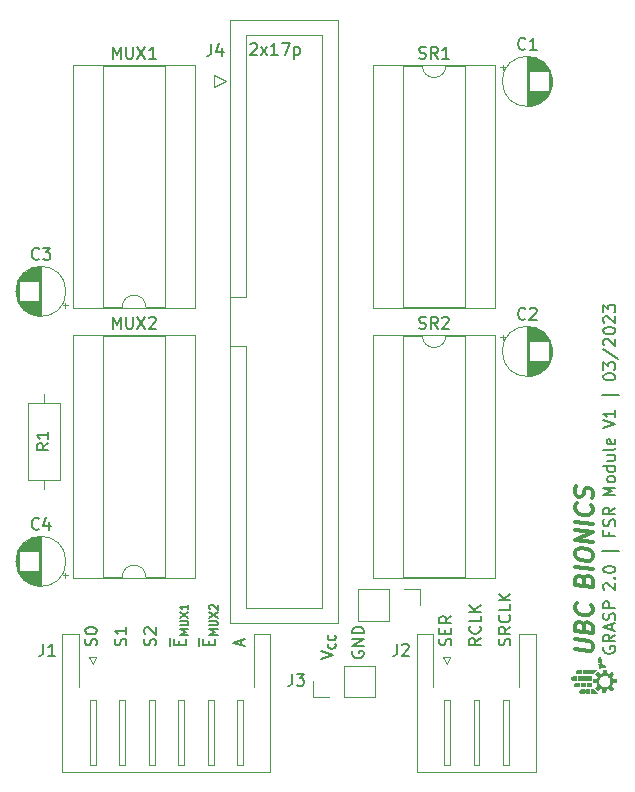
<source format=gbr>
%TF.GenerationSoftware,KiCad,Pcbnew,(7.0.0)*%
%TF.CreationDate,2023-03-24T15:25:03-07:00*%
%TF.ProjectId,tiaan_fsr_exp,74696161-6e5f-4667-9372-5f6578702e6b,rev?*%
%TF.SameCoordinates,Original*%
%TF.FileFunction,Legend,Top*%
%TF.FilePolarity,Positive*%
%FSLAX46Y46*%
G04 Gerber Fmt 4.6, Leading zero omitted, Abs format (unit mm)*
G04 Created by KiCad (PCBNEW (7.0.0)) date 2023-03-24 15:25:03*
%MOMM*%
%LPD*%
G01*
G04 APERTURE LIST*
%ADD10C,0.150000*%
%ADD11C,0.300000*%
%ADD12C,0.120000*%
G04 APERTURE END LIST*
D10*
X152581666Y-83309523D02*
X152581666Y-82833333D01*
X152867380Y-83404761D02*
X151867380Y-83071428D01*
X151867380Y-83071428D02*
X152867380Y-82738095D01*
X159367380Y-84486761D02*
X160367380Y-84153428D01*
X160367380Y-84153428D02*
X159367380Y-83820095D01*
X160525000Y-83158190D02*
X160558333Y-83191523D01*
X160558333Y-83191523D02*
X160591666Y-83291523D01*
X160591666Y-83291523D02*
X160591666Y-83358190D01*
X160591666Y-83358190D02*
X160558333Y-83458190D01*
X160558333Y-83458190D02*
X160491666Y-83524857D01*
X160491666Y-83524857D02*
X160425000Y-83558190D01*
X160425000Y-83558190D02*
X160291666Y-83591523D01*
X160291666Y-83591523D02*
X160191666Y-83591523D01*
X160191666Y-83591523D02*
X160058333Y-83558190D01*
X160058333Y-83558190D02*
X159991666Y-83524857D01*
X159991666Y-83524857D02*
X159925000Y-83458190D01*
X159925000Y-83458190D02*
X159891666Y-83358190D01*
X159891666Y-83358190D02*
X159891666Y-83291523D01*
X159891666Y-83291523D02*
X159925000Y-83191523D01*
X159925000Y-83191523D02*
X159958333Y-83158190D01*
X160525000Y-82458190D02*
X160558333Y-82491523D01*
X160558333Y-82491523D02*
X160591666Y-82591523D01*
X160591666Y-82591523D02*
X160591666Y-82658190D01*
X160591666Y-82658190D02*
X160558333Y-82758190D01*
X160558333Y-82758190D02*
X160491666Y-82824857D01*
X160491666Y-82824857D02*
X160425000Y-82858190D01*
X160425000Y-82858190D02*
X160291666Y-82891523D01*
X160291666Y-82891523D02*
X160191666Y-82891523D01*
X160191666Y-82891523D02*
X160058333Y-82858190D01*
X160058333Y-82858190D02*
X159991666Y-82824857D01*
X159991666Y-82824857D02*
X159925000Y-82758190D01*
X159925000Y-82758190D02*
X159891666Y-82658190D01*
X159891666Y-82658190D02*
X159891666Y-82591523D01*
X159891666Y-82591523D02*
X159925000Y-82491523D01*
X159925000Y-82491523D02*
X159958333Y-82458190D01*
D11*
X180850037Y-83653005D02*
X182064323Y-83804791D01*
X182064323Y-83804791D02*
X182207180Y-83751219D01*
X182207180Y-83751219D02*
X182278608Y-83688719D01*
X182278608Y-83688719D02*
X182350037Y-83554791D01*
X182350037Y-83554791D02*
X182350037Y-83269077D01*
X182350037Y-83269077D02*
X182278608Y-83117291D01*
X182278608Y-83117291D02*
X182207180Y-83036934D01*
X182207180Y-83036934D02*
X182064323Y-82947648D01*
X182064323Y-82947648D02*
X180850037Y-82795862D01*
X181564323Y-81670862D02*
X181635751Y-81465505D01*
X181635751Y-81465505D02*
X181707180Y-81403005D01*
X181707180Y-81403005D02*
X181850037Y-81349433D01*
X181850037Y-81349433D02*
X182064323Y-81376219D01*
X182064323Y-81376219D02*
X182207180Y-81465505D01*
X182207180Y-81465505D02*
X182278608Y-81545862D01*
X182278608Y-81545862D02*
X182350037Y-81697648D01*
X182350037Y-81697648D02*
X182350037Y-82269076D01*
X182350037Y-82269076D02*
X180850037Y-82081576D01*
X180850037Y-82081576D02*
X180850037Y-81581576D01*
X180850037Y-81581576D02*
X180921466Y-81447648D01*
X180921466Y-81447648D02*
X180992894Y-81385148D01*
X180992894Y-81385148D02*
X181135751Y-81331576D01*
X181135751Y-81331576D02*
X181278608Y-81349433D01*
X181278608Y-81349433D02*
X181421466Y-81438719D01*
X181421466Y-81438719D02*
X181492894Y-81519076D01*
X181492894Y-81519076D02*
X181564323Y-81670862D01*
X181564323Y-81670862D02*
X181564323Y-82170862D01*
X182207180Y-79894076D02*
X182278608Y-79974433D01*
X182278608Y-79974433D02*
X182350037Y-80197648D01*
X182350037Y-80197648D02*
X182350037Y-80340505D01*
X182350037Y-80340505D02*
X182278608Y-80545862D01*
X182278608Y-80545862D02*
X182135751Y-80670862D01*
X182135751Y-80670862D02*
X181992894Y-80724433D01*
X181992894Y-80724433D02*
X181707180Y-80760148D01*
X181707180Y-80760148D02*
X181492894Y-80733362D01*
X181492894Y-80733362D02*
X181207180Y-80626219D01*
X181207180Y-80626219D02*
X181064323Y-80536933D01*
X181064323Y-80536933D02*
X180921466Y-80376219D01*
X180921466Y-80376219D02*
X180850037Y-80153005D01*
X180850037Y-80153005D02*
X180850037Y-80010148D01*
X180850037Y-80010148D02*
X180921466Y-79804790D01*
X180921466Y-79804790D02*
X180992894Y-79742290D01*
X181564323Y-77770862D02*
X181635751Y-77565505D01*
X181635751Y-77565505D02*
X181707180Y-77503005D01*
X181707180Y-77503005D02*
X181850037Y-77449433D01*
X181850037Y-77449433D02*
X182064323Y-77476219D01*
X182064323Y-77476219D02*
X182207180Y-77565505D01*
X182207180Y-77565505D02*
X182278608Y-77645862D01*
X182278608Y-77645862D02*
X182350037Y-77797648D01*
X182350037Y-77797648D02*
X182350037Y-78369076D01*
X182350037Y-78369076D02*
X180850037Y-78181576D01*
X180850037Y-78181576D02*
X180850037Y-77681576D01*
X180850037Y-77681576D02*
X180921466Y-77547648D01*
X180921466Y-77547648D02*
X180992894Y-77485148D01*
X180992894Y-77485148D02*
X181135751Y-77431576D01*
X181135751Y-77431576D02*
X181278608Y-77449433D01*
X181278608Y-77449433D02*
X181421466Y-77538719D01*
X181421466Y-77538719D02*
X181492894Y-77619076D01*
X181492894Y-77619076D02*
X181564323Y-77770862D01*
X181564323Y-77770862D02*
X181564323Y-78270862D01*
X182350037Y-76869076D02*
X180850037Y-76681576D01*
X180850037Y-75681576D02*
X180850037Y-75395862D01*
X180850037Y-75395862D02*
X180921466Y-75261933D01*
X180921466Y-75261933D02*
X181064323Y-75136933D01*
X181064323Y-75136933D02*
X181350037Y-75101219D01*
X181350037Y-75101219D02*
X181850037Y-75163719D01*
X181850037Y-75163719D02*
X182135751Y-75270862D01*
X182135751Y-75270862D02*
X182278608Y-75431576D01*
X182278608Y-75431576D02*
X182350037Y-75583362D01*
X182350037Y-75583362D02*
X182350037Y-75869076D01*
X182350037Y-75869076D02*
X182278608Y-76003004D01*
X182278608Y-76003004D02*
X182135751Y-76128004D01*
X182135751Y-76128004D02*
X181850037Y-76163719D01*
X181850037Y-76163719D02*
X181350037Y-76101219D01*
X181350037Y-76101219D02*
X181064323Y-75994076D01*
X181064323Y-75994076D02*
X180921466Y-75833362D01*
X180921466Y-75833362D02*
X180850037Y-75681576D01*
X182350037Y-74583361D02*
X180850037Y-74395861D01*
X180850037Y-74395861D02*
X182350037Y-73726218D01*
X182350037Y-73726218D02*
X180850037Y-73538718D01*
X182350037Y-73011932D02*
X180850037Y-72824432D01*
X182207180Y-71422646D02*
X182278608Y-71503003D01*
X182278608Y-71503003D02*
X182350037Y-71726218D01*
X182350037Y-71726218D02*
X182350037Y-71869075D01*
X182350037Y-71869075D02*
X182278608Y-72074432D01*
X182278608Y-72074432D02*
X182135751Y-72199432D01*
X182135751Y-72199432D02*
X181992894Y-72253003D01*
X181992894Y-72253003D02*
X181707180Y-72288718D01*
X181707180Y-72288718D02*
X181492894Y-72261932D01*
X181492894Y-72261932D02*
X181207180Y-72154789D01*
X181207180Y-72154789D02*
X181064323Y-72065503D01*
X181064323Y-72065503D02*
X180921466Y-71904789D01*
X180921466Y-71904789D02*
X180850037Y-71681575D01*
X180850037Y-71681575D02*
X180850037Y-71538718D01*
X180850037Y-71538718D02*
X180921466Y-71333360D01*
X180921466Y-71333360D02*
X180992894Y-71270860D01*
X182278608Y-70860146D02*
X182350037Y-70654789D01*
X182350037Y-70654789D02*
X182350037Y-70297646D01*
X182350037Y-70297646D02*
X182278608Y-70145860D01*
X182278608Y-70145860D02*
X182207180Y-70065503D01*
X182207180Y-70065503D02*
X182064323Y-69976218D01*
X182064323Y-69976218D02*
X181921466Y-69958360D01*
X181921466Y-69958360D02*
X181778608Y-70011932D01*
X181778608Y-70011932D02*
X181707180Y-70074432D01*
X181707180Y-70074432D02*
X181635751Y-70208360D01*
X181635751Y-70208360D02*
X181564323Y-70485146D01*
X181564323Y-70485146D02*
X181492894Y-70619075D01*
X181492894Y-70619075D02*
X181421466Y-70681575D01*
X181421466Y-70681575D02*
X181278608Y-70735146D01*
X181278608Y-70735146D02*
X181135751Y-70717289D01*
X181135751Y-70717289D02*
X180992894Y-70628003D01*
X180992894Y-70628003D02*
X180921466Y-70547646D01*
X180921466Y-70547646D02*
X180850037Y-70395860D01*
X180850037Y-70395860D02*
X180850037Y-70038718D01*
X180850037Y-70038718D02*
X180921466Y-69833360D01*
D10*
X142819761Y-83309523D02*
X142867380Y-83166666D01*
X142867380Y-83166666D02*
X142867380Y-82928571D01*
X142867380Y-82928571D02*
X142819761Y-82833333D01*
X142819761Y-82833333D02*
X142772142Y-82785714D01*
X142772142Y-82785714D02*
X142676904Y-82738095D01*
X142676904Y-82738095D02*
X142581666Y-82738095D01*
X142581666Y-82738095D02*
X142486428Y-82785714D01*
X142486428Y-82785714D02*
X142438809Y-82833333D01*
X142438809Y-82833333D02*
X142391190Y-82928571D01*
X142391190Y-82928571D02*
X142343571Y-83119047D01*
X142343571Y-83119047D02*
X142295952Y-83214285D01*
X142295952Y-83214285D02*
X142248333Y-83261904D01*
X142248333Y-83261904D02*
X142153095Y-83309523D01*
X142153095Y-83309523D02*
X142057857Y-83309523D01*
X142057857Y-83309523D02*
X141962619Y-83261904D01*
X141962619Y-83261904D02*
X141915000Y-83214285D01*
X141915000Y-83214285D02*
X141867380Y-83119047D01*
X141867380Y-83119047D02*
X141867380Y-82880952D01*
X141867380Y-82880952D02*
X141915000Y-82738095D01*
X142867380Y-81785714D02*
X142867380Y-82357142D01*
X142867380Y-82071428D02*
X141867380Y-82071428D01*
X141867380Y-82071428D02*
X142010238Y-82166666D01*
X142010238Y-82166666D02*
X142105476Y-82261904D01*
X142105476Y-82261904D02*
X142153095Y-82357142D01*
X183284466Y-83444672D02*
X183236846Y-83539910D01*
X183236846Y-83539910D02*
X183236846Y-83682767D01*
X183236846Y-83682767D02*
X183284466Y-83825624D01*
X183284466Y-83825624D02*
X183379704Y-83920862D01*
X183379704Y-83920862D02*
X183474942Y-83968481D01*
X183474942Y-83968481D02*
X183665418Y-84016100D01*
X183665418Y-84016100D02*
X183808275Y-84016100D01*
X183808275Y-84016100D02*
X183998751Y-83968481D01*
X183998751Y-83968481D02*
X184093989Y-83920862D01*
X184093989Y-83920862D02*
X184189227Y-83825624D01*
X184189227Y-83825624D02*
X184236846Y-83682767D01*
X184236846Y-83682767D02*
X184236846Y-83587529D01*
X184236846Y-83587529D02*
X184189227Y-83444672D01*
X184189227Y-83444672D02*
X184141608Y-83397053D01*
X184141608Y-83397053D02*
X183808275Y-83397053D01*
X183808275Y-83397053D02*
X183808275Y-83587529D01*
X184236846Y-82397053D02*
X183760656Y-82730386D01*
X184236846Y-82968481D02*
X183236846Y-82968481D01*
X183236846Y-82968481D02*
X183236846Y-82587529D01*
X183236846Y-82587529D02*
X183284466Y-82492291D01*
X183284466Y-82492291D02*
X183332085Y-82444672D01*
X183332085Y-82444672D02*
X183427323Y-82397053D01*
X183427323Y-82397053D02*
X183570180Y-82397053D01*
X183570180Y-82397053D02*
X183665418Y-82444672D01*
X183665418Y-82444672D02*
X183713037Y-82492291D01*
X183713037Y-82492291D02*
X183760656Y-82587529D01*
X183760656Y-82587529D02*
X183760656Y-82968481D01*
X183951132Y-82016100D02*
X183951132Y-81539910D01*
X184236846Y-82111338D02*
X183236846Y-81778005D01*
X183236846Y-81778005D02*
X184236846Y-81444672D01*
X184189227Y-81158957D02*
X184236846Y-81016100D01*
X184236846Y-81016100D02*
X184236846Y-80778005D01*
X184236846Y-80778005D02*
X184189227Y-80682767D01*
X184189227Y-80682767D02*
X184141608Y-80635148D01*
X184141608Y-80635148D02*
X184046370Y-80587529D01*
X184046370Y-80587529D02*
X183951132Y-80587529D01*
X183951132Y-80587529D02*
X183855894Y-80635148D01*
X183855894Y-80635148D02*
X183808275Y-80682767D01*
X183808275Y-80682767D02*
X183760656Y-80778005D01*
X183760656Y-80778005D02*
X183713037Y-80968481D01*
X183713037Y-80968481D02*
X183665418Y-81063719D01*
X183665418Y-81063719D02*
X183617799Y-81111338D01*
X183617799Y-81111338D02*
X183522561Y-81158957D01*
X183522561Y-81158957D02*
X183427323Y-81158957D01*
X183427323Y-81158957D02*
X183332085Y-81111338D01*
X183332085Y-81111338D02*
X183284466Y-81063719D01*
X183284466Y-81063719D02*
X183236846Y-80968481D01*
X183236846Y-80968481D02*
X183236846Y-80730386D01*
X183236846Y-80730386D02*
X183284466Y-80587529D01*
X184236846Y-80158957D02*
X183236846Y-80158957D01*
X183236846Y-80158957D02*
X183236846Y-79778005D01*
X183236846Y-79778005D02*
X183284466Y-79682767D01*
X183284466Y-79682767D02*
X183332085Y-79635148D01*
X183332085Y-79635148D02*
X183427323Y-79587529D01*
X183427323Y-79587529D02*
X183570180Y-79587529D01*
X183570180Y-79587529D02*
X183665418Y-79635148D01*
X183665418Y-79635148D02*
X183713037Y-79682767D01*
X183713037Y-79682767D02*
X183760656Y-79778005D01*
X183760656Y-79778005D02*
X183760656Y-80158957D01*
X183332085Y-78606576D02*
X183284466Y-78558957D01*
X183284466Y-78558957D02*
X183236846Y-78463719D01*
X183236846Y-78463719D02*
X183236846Y-78225624D01*
X183236846Y-78225624D02*
X183284466Y-78130386D01*
X183284466Y-78130386D02*
X183332085Y-78082767D01*
X183332085Y-78082767D02*
X183427323Y-78035148D01*
X183427323Y-78035148D02*
X183522561Y-78035148D01*
X183522561Y-78035148D02*
X183665418Y-78082767D01*
X183665418Y-78082767D02*
X184236846Y-78654195D01*
X184236846Y-78654195D02*
X184236846Y-78035148D01*
X184141608Y-77606576D02*
X184189227Y-77558957D01*
X184189227Y-77558957D02*
X184236846Y-77606576D01*
X184236846Y-77606576D02*
X184189227Y-77654195D01*
X184189227Y-77654195D02*
X184141608Y-77606576D01*
X184141608Y-77606576D02*
X184236846Y-77606576D01*
X183236846Y-76939910D02*
X183236846Y-76844672D01*
X183236846Y-76844672D02*
X183284466Y-76749434D01*
X183284466Y-76749434D02*
X183332085Y-76701815D01*
X183332085Y-76701815D02*
X183427323Y-76654196D01*
X183427323Y-76654196D02*
X183617799Y-76606577D01*
X183617799Y-76606577D02*
X183855894Y-76606577D01*
X183855894Y-76606577D02*
X184046370Y-76654196D01*
X184046370Y-76654196D02*
X184141608Y-76701815D01*
X184141608Y-76701815D02*
X184189227Y-76749434D01*
X184189227Y-76749434D02*
X184236846Y-76844672D01*
X184236846Y-76844672D02*
X184236846Y-76939910D01*
X184236846Y-76939910D02*
X184189227Y-77035148D01*
X184189227Y-77035148D02*
X184141608Y-77082767D01*
X184141608Y-77082767D02*
X184046370Y-77130386D01*
X184046370Y-77130386D02*
X183855894Y-77178005D01*
X183855894Y-77178005D02*
X183617799Y-77178005D01*
X183617799Y-77178005D02*
X183427323Y-77130386D01*
X183427323Y-77130386D02*
X183332085Y-77082767D01*
X183332085Y-77082767D02*
X183284466Y-77035148D01*
X183284466Y-77035148D02*
X183236846Y-76939910D01*
X184570180Y-75339910D02*
X183141608Y-75339910D01*
X183713037Y-73692291D02*
X183713037Y-74025624D01*
X184236846Y-74025624D02*
X183236846Y-74025624D01*
X183236846Y-74025624D02*
X183236846Y-73549434D01*
X184189227Y-73216100D02*
X184236846Y-73073243D01*
X184236846Y-73073243D02*
X184236846Y-72835148D01*
X184236846Y-72835148D02*
X184189227Y-72739910D01*
X184189227Y-72739910D02*
X184141608Y-72692291D01*
X184141608Y-72692291D02*
X184046370Y-72644672D01*
X184046370Y-72644672D02*
X183951132Y-72644672D01*
X183951132Y-72644672D02*
X183855894Y-72692291D01*
X183855894Y-72692291D02*
X183808275Y-72739910D01*
X183808275Y-72739910D02*
X183760656Y-72835148D01*
X183760656Y-72835148D02*
X183713037Y-73025624D01*
X183713037Y-73025624D02*
X183665418Y-73120862D01*
X183665418Y-73120862D02*
X183617799Y-73168481D01*
X183617799Y-73168481D02*
X183522561Y-73216100D01*
X183522561Y-73216100D02*
X183427323Y-73216100D01*
X183427323Y-73216100D02*
X183332085Y-73168481D01*
X183332085Y-73168481D02*
X183284466Y-73120862D01*
X183284466Y-73120862D02*
X183236846Y-73025624D01*
X183236846Y-73025624D02*
X183236846Y-72787529D01*
X183236846Y-72787529D02*
X183284466Y-72644672D01*
X184236846Y-71644672D02*
X183760656Y-71978005D01*
X184236846Y-72216100D02*
X183236846Y-72216100D01*
X183236846Y-72216100D02*
X183236846Y-71835148D01*
X183236846Y-71835148D02*
X183284466Y-71739910D01*
X183284466Y-71739910D02*
X183332085Y-71692291D01*
X183332085Y-71692291D02*
X183427323Y-71644672D01*
X183427323Y-71644672D02*
X183570180Y-71644672D01*
X183570180Y-71644672D02*
X183665418Y-71692291D01*
X183665418Y-71692291D02*
X183713037Y-71739910D01*
X183713037Y-71739910D02*
X183760656Y-71835148D01*
X183760656Y-71835148D02*
X183760656Y-72216100D01*
X184236846Y-70616100D02*
X183236846Y-70616100D01*
X183236846Y-70616100D02*
X183951132Y-70282767D01*
X183951132Y-70282767D02*
X183236846Y-69949434D01*
X183236846Y-69949434D02*
X184236846Y-69949434D01*
X184236846Y-69330386D02*
X184189227Y-69425624D01*
X184189227Y-69425624D02*
X184141608Y-69473243D01*
X184141608Y-69473243D02*
X184046370Y-69520862D01*
X184046370Y-69520862D02*
X183760656Y-69520862D01*
X183760656Y-69520862D02*
X183665418Y-69473243D01*
X183665418Y-69473243D02*
X183617799Y-69425624D01*
X183617799Y-69425624D02*
X183570180Y-69330386D01*
X183570180Y-69330386D02*
X183570180Y-69187529D01*
X183570180Y-69187529D02*
X183617799Y-69092291D01*
X183617799Y-69092291D02*
X183665418Y-69044672D01*
X183665418Y-69044672D02*
X183760656Y-68997053D01*
X183760656Y-68997053D02*
X184046370Y-68997053D01*
X184046370Y-68997053D02*
X184141608Y-69044672D01*
X184141608Y-69044672D02*
X184189227Y-69092291D01*
X184189227Y-69092291D02*
X184236846Y-69187529D01*
X184236846Y-69187529D02*
X184236846Y-69330386D01*
X184236846Y-68139910D02*
X183236846Y-68139910D01*
X184189227Y-68139910D02*
X184236846Y-68235148D01*
X184236846Y-68235148D02*
X184236846Y-68425624D01*
X184236846Y-68425624D02*
X184189227Y-68520862D01*
X184189227Y-68520862D02*
X184141608Y-68568481D01*
X184141608Y-68568481D02*
X184046370Y-68616100D01*
X184046370Y-68616100D02*
X183760656Y-68616100D01*
X183760656Y-68616100D02*
X183665418Y-68568481D01*
X183665418Y-68568481D02*
X183617799Y-68520862D01*
X183617799Y-68520862D02*
X183570180Y-68425624D01*
X183570180Y-68425624D02*
X183570180Y-68235148D01*
X183570180Y-68235148D02*
X183617799Y-68139910D01*
X183570180Y-67235148D02*
X184236846Y-67235148D01*
X183570180Y-67663719D02*
X184093989Y-67663719D01*
X184093989Y-67663719D02*
X184189227Y-67616100D01*
X184189227Y-67616100D02*
X184236846Y-67520862D01*
X184236846Y-67520862D02*
X184236846Y-67378005D01*
X184236846Y-67378005D02*
X184189227Y-67282767D01*
X184189227Y-67282767D02*
X184141608Y-67235148D01*
X184236846Y-66616100D02*
X184189227Y-66711338D01*
X184189227Y-66711338D02*
X184093989Y-66758957D01*
X184093989Y-66758957D02*
X183236846Y-66758957D01*
X184189227Y-65854195D02*
X184236846Y-65949433D01*
X184236846Y-65949433D02*
X184236846Y-66139909D01*
X184236846Y-66139909D02*
X184189227Y-66235147D01*
X184189227Y-66235147D02*
X184093989Y-66282766D01*
X184093989Y-66282766D02*
X183713037Y-66282766D01*
X183713037Y-66282766D02*
X183617799Y-66235147D01*
X183617799Y-66235147D02*
X183570180Y-66139909D01*
X183570180Y-66139909D02*
X183570180Y-65949433D01*
X183570180Y-65949433D02*
X183617799Y-65854195D01*
X183617799Y-65854195D02*
X183713037Y-65806576D01*
X183713037Y-65806576D02*
X183808275Y-65806576D01*
X183808275Y-65806576D02*
X183903513Y-66282766D01*
X183236846Y-64920861D02*
X184236846Y-64587528D01*
X184236846Y-64587528D02*
X183236846Y-64254195D01*
X184236846Y-63397052D02*
X184236846Y-63968480D01*
X184236846Y-63682766D02*
X183236846Y-63682766D01*
X183236846Y-63682766D02*
X183379704Y-63778004D01*
X183379704Y-63778004D02*
X183474942Y-63873242D01*
X183474942Y-63873242D02*
X183522561Y-63968480D01*
X184570180Y-62130385D02*
X183141608Y-62130385D01*
X183236846Y-60625623D02*
X183236846Y-60530385D01*
X183236846Y-60530385D02*
X183284466Y-60435147D01*
X183284466Y-60435147D02*
X183332085Y-60387528D01*
X183332085Y-60387528D02*
X183427323Y-60339909D01*
X183427323Y-60339909D02*
X183617799Y-60292290D01*
X183617799Y-60292290D02*
X183855894Y-60292290D01*
X183855894Y-60292290D02*
X184046370Y-60339909D01*
X184046370Y-60339909D02*
X184141608Y-60387528D01*
X184141608Y-60387528D02*
X184189227Y-60435147D01*
X184189227Y-60435147D02*
X184236846Y-60530385D01*
X184236846Y-60530385D02*
X184236846Y-60625623D01*
X184236846Y-60625623D02*
X184189227Y-60720861D01*
X184189227Y-60720861D02*
X184141608Y-60768480D01*
X184141608Y-60768480D02*
X184046370Y-60816099D01*
X184046370Y-60816099D02*
X183855894Y-60863718D01*
X183855894Y-60863718D02*
X183617799Y-60863718D01*
X183617799Y-60863718D02*
X183427323Y-60816099D01*
X183427323Y-60816099D02*
X183332085Y-60768480D01*
X183332085Y-60768480D02*
X183284466Y-60720861D01*
X183284466Y-60720861D02*
X183236846Y-60625623D01*
X183236846Y-59958956D02*
X183236846Y-59339909D01*
X183236846Y-59339909D02*
X183617799Y-59673242D01*
X183617799Y-59673242D02*
X183617799Y-59530385D01*
X183617799Y-59530385D02*
X183665418Y-59435147D01*
X183665418Y-59435147D02*
X183713037Y-59387528D01*
X183713037Y-59387528D02*
X183808275Y-59339909D01*
X183808275Y-59339909D02*
X184046370Y-59339909D01*
X184046370Y-59339909D02*
X184141608Y-59387528D01*
X184141608Y-59387528D02*
X184189227Y-59435147D01*
X184189227Y-59435147D02*
X184236846Y-59530385D01*
X184236846Y-59530385D02*
X184236846Y-59816099D01*
X184236846Y-59816099D02*
X184189227Y-59911337D01*
X184189227Y-59911337D02*
X184141608Y-59958956D01*
X183189227Y-58197052D02*
X184474942Y-59054194D01*
X183332085Y-57911337D02*
X183284466Y-57863718D01*
X183284466Y-57863718D02*
X183236846Y-57768480D01*
X183236846Y-57768480D02*
X183236846Y-57530385D01*
X183236846Y-57530385D02*
X183284466Y-57435147D01*
X183284466Y-57435147D02*
X183332085Y-57387528D01*
X183332085Y-57387528D02*
X183427323Y-57339909D01*
X183427323Y-57339909D02*
X183522561Y-57339909D01*
X183522561Y-57339909D02*
X183665418Y-57387528D01*
X183665418Y-57387528D02*
X184236846Y-57958956D01*
X184236846Y-57958956D02*
X184236846Y-57339909D01*
X183236846Y-56720861D02*
X183236846Y-56625623D01*
X183236846Y-56625623D02*
X183284466Y-56530385D01*
X183284466Y-56530385D02*
X183332085Y-56482766D01*
X183332085Y-56482766D02*
X183427323Y-56435147D01*
X183427323Y-56435147D02*
X183617799Y-56387528D01*
X183617799Y-56387528D02*
X183855894Y-56387528D01*
X183855894Y-56387528D02*
X184046370Y-56435147D01*
X184046370Y-56435147D02*
X184141608Y-56482766D01*
X184141608Y-56482766D02*
X184189227Y-56530385D01*
X184189227Y-56530385D02*
X184236846Y-56625623D01*
X184236846Y-56625623D02*
X184236846Y-56720861D01*
X184236846Y-56720861D02*
X184189227Y-56816099D01*
X184189227Y-56816099D02*
X184141608Y-56863718D01*
X184141608Y-56863718D02*
X184046370Y-56911337D01*
X184046370Y-56911337D02*
X183855894Y-56958956D01*
X183855894Y-56958956D02*
X183617799Y-56958956D01*
X183617799Y-56958956D02*
X183427323Y-56911337D01*
X183427323Y-56911337D02*
X183332085Y-56863718D01*
X183332085Y-56863718D02*
X183284466Y-56816099D01*
X183284466Y-56816099D02*
X183236846Y-56720861D01*
X183332085Y-56006575D02*
X183284466Y-55958956D01*
X183284466Y-55958956D02*
X183236846Y-55863718D01*
X183236846Y-55863718D02*
X183236846Y-55625623D01*
X183236846Y-55625623D02*
X183284466Y-55530385D01*
X183284466Y-55530385D02*
X183332085Y-55482766D01*
X183332085Y-55482766D02*
X183427323Y-55435147D01*
X183427323Y-55435147D02*
X183522561Y-55435147D01*
X183522561Y-55435147D02*
X183665418Y-55482766D01*
X183665418Y-55482766D02*
X184236846Y-56054194D01*
X184236846Y-56054194D02*
X184236846Y-55435147D01*
X183236846Y-55101813D02*
X183236846Y-54482766D01*
X183236846Y-54482766D02*
X183617799Y-54816099D01*
X183617799Y-54816099D02*
X183617799Y-54673242D01*
X183617799Y-54673242D02*
X183665418Y-54578004D01*
X183665418Y-54578004D02*
X183713037Y-54530385D01*
X183713037Y-54530385D02*
X183808275Y-54482766D01*
X183808275Y-54482766D02*
X184046370Y-54482766D01*
X184046370Y-54482766D02*
X184141608Y-54530385D01*
X184141608Y-54530385D02*
X184189227Y-54578004D01*
X184189227Y-54578004D02*
X184236846Y-54673242D01*
X184236846Y-54673242D02*
X184236846Y-54958956D01*
X184236846Y-54958956D02*
X184189227Y-55054194D01*
X184189227Y-55054194D02*
X184141608Y-55101813D01*
X172867380Y-82690476D02*
X172391190Y-83023809D01*
X172867380Y-83261904D02*
X171867380Y-83261904D01*
X171867380Y-83261904D02*
X171867380Y-82880952D01*
X171867380Y-82880952D02*
X171915000Y-82785714D01*
X171915000Y-82785714D02*
X171962619Y-82738095D01*
X171962619Y-82738095D02*
X172057857Y-82690476D01*
X172057857Y-82690476D02*
X172200714Y-82690476D01*
X172200714Y-82690476D02*
X172295952Y-82738095D01*
X172295952Y-82738095D02*
X172343571Y-82785714D01*
X172343571Y-82785714D02*
X172391190Y-82880952D01*
X172391190Y-82880952D02*
X172391190Y-83261904D01*
X172772142Y-81690476D02*
X172819761Y-81738095D01*
X172819761Y-81738095D02*
X172867380Y-81880952D01*
X172867380Y-81880952D02*
X172867380Y-81976190D01*
X172867380Y-81976190D02*
X172819761Y-82119047D01*
X172819761Y-82119047D02*
X172724523Y-82214285D01*
X172724523Y-82214285D02*
X172629285Y-82261904D01*
X172629285Y-82261904D02*
X172438809Y-82309523D01*
X172438809Y-82309523D02*
X172295952Y-82309523D01*
X172295952Y-82309523D02*
X172105476Y-82261904D01*
X172105476Y-82261904D02*
X172010238Y-82214285D01*
X172010238Y-82214285D02*
X171915000Y-82119047D01*
X171915000Y-82119047D02*
X171867380Y-81976190D01*
X171867380Y-81976190D02*
X171867380Y-81880952D01*
X171867380Y-81880952D02*
X171915000Y-81738095D01*
X171915000Y-81738095D02*
X171962619Y-81690476D01*
X172867380Y-80785714D02*
X172867380Y-81261904D01*
X172867380Y-81261904D02*
X171867380Y-81261904D01*
X172867380Y-80452380D02*
X171867380Y-80452380D01*
X172867380Y-79880952D02*
X172295952Y-80309523D01*
X171867380Y-79880952D02*
X172438809Y-80452380D01*
X140319761Y-83309523D02*
X140367380Y-83166666D01*
X140367380Y-83166666D02*
X140367380Y-82928571D01*
X140367380Y-82928571D02*
X140319761Y-82833333D01*
X140319761Y-82833333D02*
X140272142Y-82785714D01*
X140272142Y-82785714D02*
X140176904Y-82738095D01*
X140176904Y-82738095D02*
X140081666Y-82738095D01*
X140081666Y-82738095D02*
X139986428Y-82785714D01*
X139986428Y-82785714D02*
X139938809Y-82833333D01*
X139938809Y-82833333D02*
X139891190Y-82928571D01*
X139891190Y-82928571D02*
X139843571Y-83119047D01*
X139843571Y-83119047D02*
X139795952Y-83214285D01*
X139795952Y-83214285D02*
X139748333Y-83261904D01*
X139748333Y-83261904D02*
X139653095Y-83309523D01*
X139653095Y-83309523D02*
X139557857Y-83309523D01*
X139557857Y-83309523D02*
X139462619Y-83261904D01*
X139462619Y-83261904D02*
X139415000Y-83214285D01*
X139415000Y-83214285D02*
X139367380Y-83119047D01*
X139367380Y-83119047D02*
X139367380Y-82880952D01*
X139367380Y-82880952D02*
X139415000Y-82738095D01*
X139367380Y-82119047D02*
X139367380Y-82023809D01*
X139367380Y-82023809D02*
X139415000Y-81928571D01*
X139415000Y-81928571D02*
X139462619Y-81880952D01*
X139462619Y-81880952D02*
X139557857Y-81833333D01*
X139557857Y-81833333D02*
X139748333Y-81785714D01*
X139748333Y-81785714D02*
X139986428Y-81785714D01*
X139986428Y-81785714D02*
X140176904Y-81833333D01*
X140176904Y-81833333D02*
X140272142Y-81880952D01*
X140272142Y-81880952D02*
X140319761Y-81928571D01*
X140319761Y-81928571D02*
X140367380Y-82023809D01*
X140367380Y-82023809D02*
X140367380Y-82119047D01*
X140367380Y-82119047D02*
X140319761Y-82214285D01*
X140319761Y-82214285D02*
X140272142Y-82261904D01*
X140272142Y-82261904D02*
X140176904Y-82309523D01*
X140176904Y-82309523D02*
X139986428Y-82357142D01*
X139986428Y-82357142D02*
X139748333Y-82357142D01*
X139748333Y-82357142D02*
X139557857Y-82309523D01*
X139557857Y-82309523D02*
X139462619Y-82261904D01*
X139462619Y-82261904D02*
X139415000Y-82214285D01*
X139415000Y-82214285D02*
X139367380Y-82119047D01*
X170319761Y-83309523D02*
X170367380Y-83166666D01*
X170367380Y-83166666D02*
X170367380Y-82928571D01*
X170367380Y-82928571D02*
X170319761Y-82833333D01*
X170319761Y-82833333D02*
X170272142Y-82785714D01*
X170272142Y-82785714D02*
X170176904Y-82738095D01*
X170176904Y-82738095D02*
X170081666Y-82738095D01*
X170081666Y-82738095D02*
X169986428Y-82785714D01*
X169986428Y-82785714D02*
X169938809Y-82833333D01*
X169938809Y-82833333D02*
X169891190Y-82928571D01*
X169891190Y-82928571D02*
X169843571Y-83119047D01*
X169843571Y-83119047D02*
X169795952Y-83214285D01*
X169795952Y-83214285D02*
X169748333Y-83261904D01*
X169748333Y-83261904D02*
X169653095Y-83309523D01*
X169653095Y-83309523D02*
X169557857Y-83309523D01*
X169557857Y-83309523D02*
X169462619Y-83261904D01*
X169462619Y-83261904D02*
X169415000Y-83214285D01*
X169415000Y-83214285D02*
X169367380Y-83119047D01*
X169367380Y-83119047D02*
X169367380Y-82880952D01*
X169367380Y-82880952D02*
X169415000Y-82738095D01*
X169843571Y-82309523D02*
X169843571Y-81976190D01*
X170367380Y-81833333D02*
X170367380Y-82309523D01*
X170367380Y-82309523D02*
X169367380Y-82309523D01*
X169367380Y-82309523D02*
X169367380Y-81833333D01*
X170367380Y-80833333D02*
X169891190Y-81166666D01*
X170367380Y-81404761D02*
X169367380Y-81404761D01*
X169367380Y-81404761D02*
X169367380Y-81023809D01*
X169367380Y-81023809D02*
X169415000Y-80928571D01*
X169415000Y-80928571D02*
X169462619Y-80880952D01*
X169462619Y-80880952D02*
X169557857Y-80833333D01*
X169557857Y-80833333D02*
X169700714Y-80833333D01*
X169700714Y-80833333D02*
X169795952Y-80880952D01*
X169795952Y-80880952D02*
X169843571Y-80928571D01*
X169843571Y-80928571D02*
X169891190Y-81023809D01*
X169891190Y-81023809D02*
X169891190Y-81404761D01*
X145319761Y-83309523D02*
X145367380Y-83166666D01*
X145367380Y-83166666D02*
X145367380Y-82928571D01*
X145367380Y-82928571D02*
X145319761Y-82833333D01*
X145319761Y-82833333D02*
X145272142Y-82785714D01*
X145272142Y-82785714D02*
X145176904Y-82738095D01*
X145176904Y-82738095D02*
X145081666Y-82738095D01*
X145081666Y-82738095D02*
X144986428Y-82785714D01*
X144986428Y-82785714D02*
X144938809Y-82833333D01*
X144938809Y-82833333D02*
X144891190Y-82928571D01*
X144891190Y-82928571D02*
X144843571Y-83119047D01*
X144843571Y-83119047D02*
X144795952Y-83214285D01*
X144795952Y-83214285D02*
X144748333Y-83261904D01*
X144748333Y-83261904D02*
X144653095Y-83309523D01*
X144653095Y-83309523D02*
X144557857Y-83309523D01*
X144557857Y-83309523D02*
X144462619Y-83261904D01*
X144462619Y-83261904D02*
X144415000Y-83214285D01*
X144415000Y-83214285D02*
X144367380Y-83119047D01*
X144367380Y-83119047D02*
X144367380Y-82880952D01*
X144367380Y-82880952D02*
X144415000Y-82738095D01*
X144462619Y-82357142D02*
X144415000Y-82309523D01*
X144415000Y-82309523D02*
X144367380Y-82214285D01*
X144367380Y-82214285D02*
X144367380Y-81976190D01*
X144367380Y-81976190D02*
X144415000Y-81880952D01*
X144415000Y-81880952D02*
X144462619Y-81833333D01*
X144462619Y-81833333D02*
X144557857Y-81785714D01*
X144557857Y-81785714D02*
X144653095Y-81785714D01*
X144653095Y-81785714D02*
X144795952Y-81833333D01*
X144795952Y-81833333D02*
X145367380Y-82404761D01*
X145367380Y-82404761D02*
X145367380Y-81785714D01*
X153352476Y-32405619D02*
X153400095Y-32358000D01*
X153400095Y-32358000D02*
X153495333Y-32310380D01*
X153495333Y-32310380D02*
X153733428Y-32310380D01*
X153733428Y-32310380D02*
X153828666Y-32358000D01*
X153828666Y-32358000D02*
X153876285Y-32405619D01*
X153876285Y-32405619D02*
X153923904Y-32500857D01*
X153923904Y-32500857D02*
X153923904Y-32596095D01*
X153923904Y-32596095D02*
X153876285Y-32738952D01*
X153876285Y-32738952D02*
X153304857Y-33310380D01*
X153304857Y-33310380D02*
X153923904Y-33310380D01*
X154257238Y-33310380D02*
X154781047Y-32643714D01*
X154257238Y-32643714D02*
X154781047Y-33310380D01*
X155685809Y-33310380D02*
X155114381Y-33310380D01*
X155400095Y-33310380D02*
X155400095Y-32310380D01*
X155400095Y-32310380D02*
X155304857Y-32453238D01*
X155304857Y-32453238D02*
X155209619Y-32548476D01*
X155209619Y-32548476D02*
X155114381Y-32596095D01*
X156019143Y-32310380D02*
X156685809Y-32310380D01*
X156685809Y-32310380D02*
X156257238Y-33310380D01*
X157066762Y-32643714D02*
X157066762Y-33643714D01*
X157066762Y-32691333D02*
X157162000Y-32643714D01*
X157162000Y-32643714D02*
X157352476Y-32643714D01*
X157352476Y-32643714D02*
X157447714Y-32691333D01*
X157447714Y-32691333D02*
X157495333Y-32738952D01*
X157495333Y-32738952D02*
X157542952Y-32834190D01*
X157542952Y-32834190D02*
X157542952Y-33119904D01*
X157542952Y-33119904D02*
X157495333Y-33215142D01*
X157495333Y-33215142D02*
X157447714Y-33262761D01*
X157447714Y-33262761D02*
X157352476Y-33310380D01*
X157352476Y-33310380D02*
X157162000Y-33310380D01*
X157162000Y-33310380D02*
X157066762Y-33262761D01*
X175319761Y-83309523D02*
X175367380Y-83166666D01*
X175367380Y-83166666D02*
X175367380Y-82928571D01*
X175367380Y-82928571D02*
X175319761Y-82833333D01*
X175319761Y-82833333D02*
X175272142Y-82785714D01*
X175272142Y-82785714D02*
X175176904Y-82738095D01*
X175176904Y-82738095D02*
X175081666Y-82738095D01*
X175081666Y-82738095D02*
X174986428Y-82785714D01*
X174986428Y-82785714D02*
X174938809Y-82833333D01*
X174938809Y-82833333D02*
X174891190Y-82928571D01*
X174891190Y-82928571D02*
X174843571Y-83119047D01*
X174843571Y-83119047D02*
X174795952Y-83214285D01*
X174795952Y-83214285D02*
X174748333Y-83261904D01*
X174748333Y-83261904D02*
X174653095Y-83309523D01*
X174653095Y-83309523D02*
X174557857Y-83309523D01*
X174557857Y-83309523D02*
X174462619Y-83261904D01*
X174462619Y-83261904D02*
X174415000Y-83214285D01*
X174415000Y-83214285D02*
X174367380Y-83119047D01*
X174367380Y-83119047D02*
X174367380Y-82880952D01*
X174367380Y-82880952D02*
X174415000Y-82738095D01*
X175367380Y-81738095D02*
X174891190Y-82071428D01*
X175367380Y-82309523D02*
X174367380Y-82309523D01*
X174367380Y-82309523D02*
X174367380Y-81928571D01*
X174367380Y-81928571D02*
X174415000Y-81833333D01*
X174415000Y-81833333D02*
X174462619Y-81785714D01*
X174462619Y-81785714D02*
X174557857Y-81738095D01*
X174557857Y-81738095D02*
X174700714Y-81738095D01*
X174700714Y-81738095D02*
X174795952Y-81785714D01*
X174795952Y-81785714D02*
X174843571Y-81833333D01*
X174843571Y-81833333D02*
X174891190Y-81928571D01*
X174891190Y-81928571D02*
X174891190Y-82309523D01*
X175272142Y-80738095D02*
X175319761Y-80785714D01*
X175319761Y-80785714D02*
X175367380Y-80928571D01*
X175367380Y-80928571D02*
X175367380Y-81023809D01*
X175367380Y-81023809D02*
X175319761Y-81166666D01*
X175319761Y-81166666D02*
X175224523Y-81261904D01*
X175224523Y-81261904D02*
X175129285Y-81309523D01*
X175129285Y-81309523D02*
X174938809Y-81357142D01*
X174938809Y-81357142D02*
X174795952Y-81357142D01*
X174795952Y-81357142D02*
X174605476Y-81309523D01*
X174605476Y-81309523D02*
X174510238Y-81261904D01*
X174510238Y-81261904D02*
X174415000Y-81166666D01*
X174415000Y-81166666D02*
X174367380Y-81023809D01*
X174367380Y-81023809D02*
X174367380Y-80928571D01*
X174367380Y-80928571D02*
X174415000Y-80785714D01*
X174415000Y-80785714D02*
X174462619Y-80738095D01*
X175367380Y-79833333D02*
X175367380Y-80309523D01*
X175367380Y-80309523D02*
X174367380Y-80309523D01*
X175367380Y-79499999D02*
X174367380Y-79499999D01*
X175367380Y-78928571D02*
X174795952Y-79357142D01*
X174367380Y-78928571D02*
X174938809Y-79499999D01*
X147343571Y-83261904D02*
X147343571Y-82928571D01*
X147867380Y-82785714D02*
X147867380Y-83261904D01*
X147867380Y-83261904D02*
X146867380Y-83261904D01*
X146867380Y-83261904D02*
X146867380Y-82785714D01*
X146515000Y-83400000D02*
X146515000Y-82695238D01*
X148091666Y-82428571D02*
X147391666Y-82428571D01*
X147391666Y-82428571D02*
X147891666Y-82195238D01*
X147891666Y-82195238D02*
X147391666Y-81961904D01*
X147391666Y-81961904D02*
X148091666Y-81961904D01*
X147391666Y-81628571D02*
X147958333Y-81628571D01*
X147958333Y-81628571D02*
X148025000Y-81595238D01*
X148025000Y-81595238D02*
X148058333Y-81561904D01*
X148058333Y-81561904D02*
X148091666Y-81495238D01*
X148091666Y-81495238D02*
X148091666Y-81361904D01*
X148091666Y-81361904D02*
X148058333Y-81295238D01*
X148058333Y-81295238D02*
X148025000Y-81261904D01*
X148025000Y-81261904D02*
X147958333Y-81228571D01*
X147958333Y-81228571D02*
X147391666Y-81228571D01*
X147391666Y-80961905D02*
X148091666Y-80495238D01*
X147391666Y-80495238D02*
X148091666Y-80961905D01*
X148091666Y-79861904D02*
X148091666Y-80261904D01*
X148091666Y-80061904D02*
X147391666Y-80061904D01*
X147391666Y-80061904D02*
X147491666Y-80128571D01*
X147491666Y-80128571D02*
X147558333Y-80195238D01*
X147558333Y-80195238D02*
X147591666Y-80261904D01*
X162015000Y-83820095D02*
X161967380Y-83915333D01*
X161967380Y-83915333D02*
X161967380Y-84058190D01*
X161967380Y-84058190D02*
X162015000Y-84201047D01*
X162015000Y-84201047D02*
X162110238Y-84296285D01*
X162110238Y-84296285D02*
X162205476Y-84343904D01*
X162205476Y-84343904D02*
X162395952Y-84391523D01*
X162395952Y-84391523D02*
X162538809Y-84391523D01*
X162538809Y-84391523D02*
X162729285Y-84343904D01*
X162729285Y-84343904D02*
X162824523Y-84296285D01*
X162824523Y-84296285D02*
X162919761Y-84201047D01*
X162919761Y-84201047D02*
X162967380Y-84058190D01*
X162967380Y-84058190D02*
X162967380Y-83962952D01*
X162967380Y-83962952D02*
X162919761Y-83820095D01*
X162919761Y-83820095D02*
X162872142Y-83772476D01*
X162872142Y-83772476D02*
X162538809Y-83772476D01*
X162538809Y-83772476D02*
X162538809Y-83962952D01*
X162967380Y-83343904D02*
X161967380Y-83343904D01*
X161967380Y-83343904D02*
X162967380Y-82772476D01*
X162967380Y-82772476D02*
X161967380Y-82772476D01*
X162967380Y-82296285D02*
X161967380Y-82296285D01*
X161967380Y-82296285D02*
X161967380Y-82058190D01*
X161967380Y-82058190D02*
X162015000Y-81915333D01*
X162015000Y-81915333D02*
X162110238Y-81820095D01*
X162110238Y-81820095D02*
X162205476Y-81772476D01*
X162205476Y-81772476D02*
X162395952Y-81724857D01*
X162395952Y-81724857D02*
X162538809Y-81724857D01*
X162538809Y-81724857D02*
X162729285Y-81772476D01*
X162729285Y-81772476D02*
X162824523Y-81820095D01*
X162824523Y-81820095D02*
X162919761Y-81915333D01*
X162919761Y-81915333D02*
X162967380Y-82058190D01*
X162967380Y-82058190D02*
X162967380Y-82296285D01*
X149843571Y-83261904D02*
X149843571Y-82928571D01*
X150367380Y-82785714D02*
X150367380Y-83261904D01*
X150367380Y-83261904D02*
X149367380Y-83261904D01*
X149367380Y-83261904D02*
X149367380Y-82785714D01*
X149015000Y-83400000D02*
X149015000Y-82695238D01*
X150591666Y-82428571D02*
X149891666Y-82428571D01*
X149891666Y-82428571D02*
X150391666Y-82195238D01*
X150391666Y-82195238D02*
X149891666Y-81961904D01*
X149891666Y-81961904D02*
X150591666Y-81961904D01*
X149891666Y-81628571D02*
X150458333Y-81628571D01*
X150458333Y-81628571D02*
X150525000Y-81595238D01*
X150525000Y-81595238D02*
X150558333Y-81561904D01*
X150558333Y-81561904D02*
X150591666Y-81495238D01*
X150591666Y-81495238D02*
X150591666Y-81361904D01*
X150591666Y-81361904D02*
X150558333Y-81295238D01*
X150558333Y-81295238D02*
X150525000Y-81261904D01*
X150525000Y-81261904D02*
X150458333Y-81228571D01*
X150458333Y-81228571D02*
X149891666Y-81228571D01*
X149891666Y-80961905D02*
X150591666Y-80495238D01*
X149891666Y-80495238D02*
X150591666Y-80961905D01*
X149958333Y-80261904D02*
X149925000Y-80228571D01*
X149925000Y-80228571D02*
X149891666Y-80161904D01*
X149891666Y-80161904D02*
X149891666Y-79995238D01*
X149891666Y-79995238D02*
X149925000Y-79928571D01*
X149925000Y-79928571D02*
X149958333Y-79895238D01*
X149958333Y-79895238D02*
X150025000Y-79861904D01*
X150025000Y-79861904D02*
X150091666Y-79861904D01*
X150091666Y-79861904D02*
X150191666Y-79895238D01*
X150191666Y-79895238D02*
X150591666Y-80295238D01*
X150591666Y-80295238D02*
X150591666Y-79861904D01*
%TO.C,C4*%
X135453333Y-73424142D02*
X135405714Y-73471761D01*
X135405714Y-73471761D02*
X135262857Y-73519380D01*
X135262857Y-73519380D02*
X135167619Y-73519380D01*
X135167619Y-73519380D02*
X135024762Y-73471761D01*
X135024762Y-73471761D02*
X134929524Y-73376523D01*
X134929524Y-73376523D02*
X134881905Y-73281285D01*
X134881905Y-73281285D02*
X134834286Y-73090809D01*
X134834286Y-73090809D02*
X134834286Y-72947952D01*
X134834286Y-72947952D02*
X134881905Y-72757476D01*
X134881905Y-72757476D02*
X134929524Y-72662238D01*
X134929524Y-72662238D02*
X135024762Y-72567000D01*
X135024762Y-72567000D02*
X135167619Y-72519380D01*
X135167619Y-72519380D02*
X135262857Y-72519380D01*
X135262857Y-72519380D02*
X135405714Y-72567000D01*
X135405714Y-72567000D02*
X135453333Y-72614619D01*
X136310476Y-72852714D02*
X136310476Y-73519380D01*
X136072381Y-72471761D02*
X135834286Y-73186047D01*
X135834286Y-73186047D02*
X136453333Y-73186047D01*
%TO.C,C2*%
X176633333Y-55644142D02*
X176585714Y-55691761D01*
X176585714Y-55691761D02*
X176442857Y-55739380D01*
X176442857Y-55739380D02*
X176347619Y-55739380D01*
X176347619Y-55739380D02*
X176204762Y-55691761D01*
X176204762Y-55691761D02*
X176109524Y-55596523D01*
X176109524Y-55596523D02*
X176061905Y-55501285D01*
X176061905Y-55501285D02*
X176014286Y-55310809D01*
X176014286Y-55310809D02*
X176014286Y-55167952D01*
X176014286Y-55167952D02*
X176061905Y-54977476D01*
X176061905Y-54977476D02*
X176109524Y-54882238D01*
X176109524Y-54882238D02*
X176204762Y-54787000D01*
X176204762Y-54787000D02*
X176347619Y-54739380D01*
X176347619Y-54739380D02*
X176442857Y-54739380D01*
X176442857Y-54739380D02*
X176585714Y-54787000D01*
X176585714Y-54787000D02*
X176633333Y-54834619D01*
X177014286Y-54834619D02*
X177061905Y-54787000D01*
X177061905Y-54787000D02*
X177157143Y-54739380D01*
X177157143Y-54739380D02*
X177395238Y-54739380D01*
X177395238Y-54739380D02*
X177490476Y-54787000D01*
X177490476Y-54787000D02*
X177538095Y-54834619D01*
X177538095Y-54834619D02*
X177585714Y-54929857D01*
X177585714Y-54929857D02*
X177585714Y-55025095D01*
X177585714Y-55025095D02*
X177538095Y-55167952D01*
X177538095Y-55167952D02*
X176966667Y-55739380D01*
X176966667Y-55739380D02*
X177585714Y-55739380D01*
%TO.C,J3*%
X156892666Y-85727380D02*
X156892666Y-86441666D01*
X156892666Y-86441666D02*
X156845047Y-86584523D01*
X156845047Y-86584523D02*
X156749809Y-86679761D01*
X156749809Y-86679761D02*
X156606952Y-86727380D01*
X156606952Y-86727380D02*
X156511714Y-86727380D01*
X157273619Y-85727380D02*
X157892666Y-85727380D01*
X157892666Y-85727380D02*
X157559333Y-86108333D01*
X157559333Y-86108333D02*
X157702190Y-86108333D01*
X157702190Y-86108333D02*
X157797428Y-86155952D01*
X157797428Y-86155952D02*
X157845047Y-86203571D01*
X157845047Y-86203571D02*
X157892666Y-86298809D01*
X157892666Y-86298809D02*
X157892666Y-86536904D01*
X157892666Y-86536904D02*
X157845047Y-86632142D01*
X157845047Y-86632142D02*
X157797428Y-86679761D01*
X157797428Y-86679761D02*
X157702190Y-86727380D01*
X157702190Y-86727380D02*
X157416476Y-86727380D01*
X157416476Y-86727380D02*
X157321238Y-86679761D01*
X157321238Y-86679761D02*
X157273619Y-86632142D01*
%TO.C,R1*%
X136257380Y-66206666D02*
X135781190Y-66539999D01*
X136257380Y-66778094D02*
X135257380Y-66778094D01*
X135257380Y-66778094D02*
X135257380Y-66397142D01*
X135257380Y-66397142D02*
X135305000Y-66301904D01*
X135305000Y-66301904D02*
X135352619Y-66254285D01*
X135352619Y-66254285D02*
X135447857Y-66206666D01*
X135447857Y-66206666D02*
X135590714Y-66206666D01*
X135590714Y-66206666D02*
X135685952Y-66254285D01*
X135685952Y-66254285D02*
X135733571Y-66301904D01*
X135733571Y-66301904D02*
X135781190Y-66397142D01*
X135781190Y-66397142D02*
X135781190Y-66778094D01*
X136257380Y-65254285D02*
X136257380Y-65825713D01*
X136257380Y-65539999D02*
X135257380Y-65539999D01*
X135257380Y-65539999D02*
X135400238Y-65635237D01*
X135400238Y-65635237D02*
X135495476Y-65730475D01*
X135495476Y-65730475D02*
X135543095Y-65825713D01*
%TO.C,J2*%
X165782666Y-83187380D02*
X165782666Y-83901666D01*
X165782666Y-83901666D02*
X165735047Y-84044523D01*
X165735047Y-84044523D02*
X165639809Y-84139761D01*
X165639809Y-84139761D02*
X165496952Y-84187380D01*
X165496952Y-84187380D02*
X165401714Y-84187380D01*
X166211238Y-83282619D02*
X166258857Y-83235000D01*
X166258857Y-83235000D02*
X166354095Y-83187380D01*
X166354095Y-83187380D02*
X166592190Y-83187380D01*
X166592190Y-83187380D02*
X166687428Y-83235000D01*
X166687428Y-83235000D02*
X166735047Y-83282619D01*
X166735047Y-83282619D02*
X166782666Y-83377857D01*
X166782666Y-83377857D02*
X166782666Y-83473095D01*
X166782666Y-83473095D02*
X166735047Y-83615952D01*
X166735047Y-83615952D02*
X166163619Y-84187380D01*
X166163619Y-84187380D02*
X166782666Y-84187380D01*
%TO.C,J4*%
X150034666Y-32387380D02*
X150034666Y-33101666D01*
X150034666Y-33101666D02*
X149987047Y-33244523D01*
X149987047Y-33244523D02*
X149891809Y-33339761D01*
X149891809Y-33339761D02*
X149748952Y-33387380D01*
X149748952Y-33387380D02*
X149653714Y-33387380D01*
X150939428Y-32720714D02*
X150939428Y-33387380D01*
X150701333Y-32339761D02*
X150463238Y-33054047D01*
X150463238Y-33054047D02*
X151082285Y-33054047D01*
%TO.C,MUX1*%
X141700476Y-33641380D02*
X141700476Y-32641380D01*
X141700476Y-32641380D02*
X142033809Y-33355666D01*
X142033809Y-33355666D02*
X142367142Y-32641380D01*
X142367142Y-32641380D02*
X142367142Y-33641380D01*
X142843333Y-32641380D02*
X142843333Y-33450904D01*
X142843333Y-33450904D02*
X142890952Y-33546142D01*
X142890952Y-33546142D02*
X142938571Y-33593761D01*
X142938571Y-33593761D02*
X143033809Y-33641380D01*
X143033809Y-33641380D02*
X143224285Y-33641380D01*
X143224285Y-33641380D02*
X143319523Y-33593761D01*
X143319523Y-33593761D02*
X143367142Y-33546142D01*
X143367142Y-33546142D02*
X143414761Y-33450904D01*
X143414761Y-33450904D02*
X143414761Y-32641380D01*
X143795714Y-32641380D02*
X144462380Y-33641380D01*
X144462380Y-32641380D02*
X143795714Y-33641380D01*
X145367142Y-33641380D02*
X144795714Y-33641380D01*
X145081428Y-33641380D02*
X145081428Y-32641380D01*
X145081428Y-32641380D02*
X144986190Y-32784238D01*
X144986190Y-32784238D02*
X144890952Y-32879476D01*
X144890952Y-32879476D02*
X144795714Y-32927095D01*
%TO.C,C3*%
X135469333Y-50564142D02*
X135421714Y-50611761D01*
X135421714Y-50611761D02*
X135278857Y-50659380D01*
X135278857Y-50659380D02*
X135183619Y-50659380D01*
X135183619Y-50659380D02*
X135040762Y-50611761D01*
X135040762Y-50611761D02*
X134945524Y-50516523D01*
X134945524Y-50516523D02*
X134897905Y-50421285D01*
X134897905Y-50421285D02*
X134850286Y-50230809D01*
X134850286Y-50230809D02*
X134850286Y-50087952D01*
X134850286Y-50087952D02*
X134897905Y-49897476D01*
X134897905Y-49897476D02*
X134945524Y-49802238D01*
X134945524Y-49802238D02*
X135040762Y-49707000D01*
X135040762Y-49707000D02*
X135183619Y-49659380D01*
X135183619Y-49659380D02*
X135278857Y-49659380D01*
X135278857Y-49659380D02*
X135421714Y-49707000D01*
X135421714Y-49707000D02*
X135469333Y-49754619D01*
X135802667Y-49659380D02*
X136421714Y-49659380D01*
X136421714Y-49659380D02*
X136088381Y-50040333D01*
X136088381Y-50040333D02*
X136231238Y-50040333D01*
X136231238Y-50040333D02*
X136326476Y-50087952D01*
X136326476Y-50087952D02*
X136374095Y-50135571D01*
X136374095Y-50135571D02*
X136421714Y-50230809D01*
X136421714Y-50230809D02*
X136421714Y-50468904D01*
X136421714Y-50468904D02*
X136374095Y-50564142D01*
X136374095Y-50564142D02*
X136326476Y-50611761D01*
X136326476Y-50611761D02*
X136231238Y-50659380D01*
X136231238Y-50659380D02*
X135945524Y-50659380D01*
X135945524Y-50659380D02*
X135850286Y-50611761D01*
X135850286Y-50611761D02*
X135802667Y-50564142D01*
%TO.C,SR2*%
X167648095Y-56453761D02*
X167790952Y-56501380D01*
X167790952Y-56501380D02*
X168029047Y-56501380D01*
X168029047Y-56501380D02*
X168124285Y-56453761D01*
X168124285Y-56453761D02*
X168171904Y-56406142D01*
X168171904Y-56406142D02*
X168219523Y-56310904D01*
X168219523Y-56310904D02*
X168219523Y-56215666D01*
X168219523Y-56215666D02*
X168171904Y-56120428D01*
X168171904Y-56120428D02*
X168124285Y-56072809D01*
X168124285Y-56072809D02*
X168029047Y-56025190D01*
X168029047Y-56025190D02*
X167838571Y-55977571D01*
X167838571Y-55977571D02*
X167743333Y-55929952D01*
X167743333Y-55929952D02*
X167695714Y-55882333D01*
X167695714Y-55882333D02*
X167648095Y-55787095D01*
X167648095Y-55787095D02*
X167648095Y-55691857D01*
X167648095Y-55691857D02*
X167695714Y-55596619D01*
X167695714Y-55596619D02*
X167743333Y-55549000D01*
X167743333Y-55549000D02*
X167838571Y-55501380D01*
X167838571Y-55501380D02*
X168076666Y-55501380D01*
X168076666Y-55501380D02*
X168219523Y-55549000D01*
X169219523Y-56501380D02*
X168886190Y-56025190D01*
X168648095Y-56501380D02*
X168648095Y-55501380D01*
X168648095Y-55501380D02*
X169029047Y-55501380D01*
X169029047Y-55501380D02*
X169124285Y-55549000D01*
X169124285Y-55549000D02*
X169171904Y-55596619D01*
X169171904Y-55596619D02*
X169219523Y-55691857D01*
X169219523Y-55691857D02*
X169219523Y-55834714D01*
X169219523Y-55834714D02*
X169171904Y-55929952D01*
X169171904Y-55929952D02*
X169124285Y-55977571D01*
X169124285Y-55977571D02*
X169029047Y-56025190D01*
X169029047Y-56025190D02*
X168648095Y-56025190D01*
X169600476Y-55596619D02*
X169648095Y-55549000D01*
X169648095Y-55549000D02*
X169743333Y-55501380D01*
X169743333Y-55501380D02*
X169981428Y-55501380D01*
X169981428Y-55501380D02*
X170076666Y-55549000D01*
X170076666Y-55549000D02*
X170124285Y-55596619D01*
X170124285Y-55596619D02*
X170171904Y-55691857D01*
X170171904Y-55691857D02*
X170171904Y-55787095D01*
X170171904Y-55787095D02*
X170124285Y-55929952D01*
X170124285Y-55929952D02*
X169552857Y-56501380D01*
X169552857Y-56501380D02*
X170171904Y-56501380D01*
%TO.C,SR1*%
X167648095Y-33593761D02*
X167790952Y-33641380D01*
X167790952Y-33641380D02*
X168029047Y-33641380D01*
X168029047Y-33641380D02*
X168124285Y-33593761D01*
X168124285Y-33593761D02*
X168171904Y-33546142D01*
X168171904Y-33546142D02*
X168219523Y-33450904D01*
X168219523Y-33450904D02*
X168219523Y-33355666D01*
X168219523Y-33355666D02*
X168171904Y-33260428D01*
X168171904Y-33260428D02*
X168124285Y-33212809D01*
X168124285Y-33212809D02*
X168029047Y-33165190D01*
X168029047Y-33165190D02*
X167838571Y-33117571D01*
X167838571Y-33117571D02*
X167743333Y-33069952D01*
X167743333Y-33069952D02*
X167695714Y-33022333D01*
X167695714Y-33022333D02*
X167648095Y-32927095D01*
X167648095Y-32927095D02*
X167648095Y-32831857D01*
X167648095Y-32831857D02*
X167695714Y-32736619D01*
X167695714Y-32736619D02*
X167743333Y-32689000D01*
X167743333Y-32689000D02*
X167838571Y-32641380D01*
X167838571Y-32641380D02*
X168076666Y-32641380D01*
X168076666Y-32641380D02*
X168219523Y-32689000D01*
X169219523Y-33641380D02*
X168886190Y-33165190D01*
X168648095Y-33641380D02*
X168648095Y-32641380D01*
X168648095Y-32641380D02*
X169029047Y-32641380D01*
X169029047Y-32641380D02*
X169124285Y-32689000D01*
X169124285Y-32689000D02*
X169171904Y-32736619D01*
X169171904Y-32736619D02*
X169219523Y-32831857D01*
X169219523Y-32831857D02*
X169219523Y-32974714D01*
X169219523Y-32974714D02*
X169171904Y-33069952D01*
X169171904Y-33069952D02*
X169124285Y-33117571D01*
X169124285Y-33117571D02*
X169029047Y-33165190D01*
X169029047Y-33165190D02*
X168648095Y-33165190D01*
X170171904Y-33641380D02*
X169600476Y-33641380D01*
X169886190Y-33641380D02*
X169886190Y-32641380D01*
X169886190Y-32641380D02*
X169790952Y-32784238D01*
X169790952Y-32784238D02*
X169695714Y-32879476D01*
X169695714Y-32879476D02*
X169600476Y-32927095D01*
%TO.C,MUX2*%
X141700476Y-56501380D02*
X141700476Y-55501380D01*
X141700476Y-55501380D02*
X142033809Y-56215666D01*
X142033809Y-56215666D02*
X142367142Y-55501380D01*
X142367142Y-55501380D02*
X142367142Y-56501380D01*
X142843333Y-55501380D02*
X142843333Y-56310904D01*
X142843333Y-56310904D02*
X142890952Y-56406142D01*
X142890952Y-56406142D02*
X142938571Y-56453761D01*
X142938571Y-56453761D02*
X143033809Y-56501380D01*
X143033809Y-56501380D02*
X143224285Y-56501380D01*
X143224285Y-56501380D02*
X143319523Y-56453761D01*
X143319523Y-56453761D02*
X143367142Y-56406142D01*
X143367142Y-56406142D02*
X143414761Y-56310904D01*
X143414761Y-56310904D02*
X143414761Y-55501380D01*
X143795714Y-55501380D02*
X144462380Y-56501380D01*
X144462380Y-55501380D02*
X143795714Y-56501380D01*
X144795714Y-55596619D02*
X144843333Y-55549000D01*
X144843333Y-55549000D02*
X144938571Y-55501380D01*
X144938571Y-55501380D02*
X145176666Y-55501380D01*
X145176666Y-55501380D02*
X145271904Y-55549000D01*
X145271904Y-55549000D02*
X145319523Y-55596619D01*
X145319523Y-55596619D02*
X145367142Y-55691857D01*
X145367142Y-55691857D02*
X145367142Y-55787095D01*
X145367142Y-55787095D02*
X145319523Y-55929952D01*
X145319523Y-55929952D02*
X144748095Y-56501380D01*
X144748095Y-56501380D02*
X145367142Y-56501380D01*
%TO.C,C1*%
X176633333Y-32784142D02*
X176585714Y-32831761D01*
X176585714Y-32831761D02*
X176442857Y-32879380D01*
X176442857Y-32879380D02*
X176347619Y-32879380D01*
X176347619Y-32879380D02*
X176204762Y-32831761D01*
X176204762Y-32831761D02*
X176109524Y-32736523D01*
X176109524Y-32736523D02*
X176061905Y-32641285D01*
X176061905Y-32641285D02*
X176014286Y-32450809D01*
X176014286Y-32450809D02*
X176014286Y-32307952D01*
X176014286Y-32307952D02*
X176061905Y-32117476D01*
X176061905Y-32117476D02*
X176109524Y-32022238D01*
X176109524Y-32022238D02*
X176204762Y-31927000D01*
X176204762Y-31927000D02*
X176347619Y-31879380D01*
X176347619Y-31879380D02*
X176442857Y-31879380D01*
X176442857Y-31879380D02*
X176585714Y-31927000D01*
X176585714Y-31927000D02*
X176633333Y-31974619D01*
X177585714Y-32879380D02*
X177014286Y-32879380D01*
X177300000Y-32879380D02*
X177300000Y-31879380D01*
X177300000Y-31879380D02*
X177204762Y-32022238D01*
X177204762Y-32022238D02*
X177109524Y-32117476D01*
X177109524Y-32117476D02*
X177014286Y-32165095D01*
%TO.C,J1*%
X135810666Y-83187380D02*
X135810666Y-83901666D01*
X135810666Y-83901666D02*
X135763047Y-84044523D01*
X135763047Y-84044523D02*
X135667809Y-84139761D01*
X135667809Y-84139761D02*
X135524952Y-84187380D01*
X135524952Y-84187380D02*
X135429714Y-84187380D01*
X136810666Y-84187380D02*
X136239238Y-84187380D01*
X136524952Y-84187380D02*
X136524952Y-83187380D01*
X136524952Y-83187380D02*
X136429714Y-83330238D01*
X136429714Y-83330238D02*
X136334476Y-83425476D01*
X136334476Y-83425476D02*
X136239238Y-83473095D01*
D12*
%TO.C,C4*%
X137889801Y-77395000D02*
X137489801Y-77395000D01*
X137689801Y-77595000D02*
X137689801Y-77195000D01*
X135620000Y-78280000D02*
X135620000Y-74120000D01*
X135580000Y-78280000D02*
X135580000Y-74120000D01*
X135540000Y-78279000D02*
X135540000Y-74121000D01*
X135500000Y-78277000D02*
X135500000Y-74123000D01*
X135460000Y-78274000D02*
X135460000Y-74126000D01*
X135420000Y-78271000D02*
X135420000Y-77040000D01*
X135420000Y-75360000D02*
X135420000Y-74129000D01*
X135380000Y-78267000D02*
X135380000Y-77040000D01*
X135380000Y-75360000D02*
X135380000Y-74133000D01*
X135340000Y-78262000D02*
X135340000Y-77040000D01*
X135340000Y-75360000D02*
X135340000Y-74138000D01*
X135300000Y-78256000D02*
X135300000Y-77040000D01*
X135300000Y-75360000D02*
X135300000Y-74144000D01*
X135260000Y-78250000D02*
X135260000Y-77040000D01*
X135260000Y-75360000D02*
X135260000Y-74150000D01*
X135220000Y-78242000D02*
X135220000Y-77040000D01*
X135220000Y-75360000D02*
X135220000Y-74158000D01*
X135180000Y-78234000D02*
X135180000Y-77040000D01*
X135180000Y-75360000D02*
X135180000Y-74166000D01*
X135140000Y-78225000D02*
X135140000Y-77040000D01*
X135140000Y-75360000D02*
X135140000Y-74175000D01*
X135100000Y-78216000D02*
X135100000Y-77040000D01*
X135100000Y-75360000D02*
X135100000Y-74184000D01*
X135060000Y-78205000D02*
X135060000Y-77040000D01*
X135060000Y-75360000D02*
X135060000Y-74195000D01*
X135020000Y-78194000D02*
X135020000Y-77040000D01*
X135020000Y-75360000D02*
X135020000Y-74206000D01*
X134980000Y-78182000D02*
X134980000Y-77040000D01*
X134980000Y-75360000D02*
X134980000Y-74218000D01*
X134940000Y-78168000D02*
X134940000Y-77040000D01*
X134940000Y-75360000D02*
X134940000Y-74232000D01*
X134899000Y-78154000D02*
X134899000Y-77040000D01*
X134899000Y-75360000D02*
X134899000Y-74246000D01*
X134859000Y-78140000D02*
X134859000Y-77040000D01*
X134859000Y-75360000D02*
X134859000Y-74260000D01*
X134819000Y-78124000D02*
X134819000Y-77040000D01*
X134819000Y-75360000D02*
X134819000Y-74276000D01*
X134779000Y-78107000D02*
X134779000Y-77040000D01*
X134779000Y-75360000D02*
X134779000Y-74293000D01*
X134739000Y-78089000D02*
X134739000Y-77040000D01*
X134739000Y-75360000D02*
X134739000Y-74311000D01*
X134699000Y-78070000D02*
X134699000Y-77040000D01*
X134699000Y-75360000D02*
X134699000Y-74330000D01*
X134659000Y-78051000D02*
X134659000Y-77040000D01*
X134659000Y-75360000D02*
X134659000Y-74349000D01*
X134619000Y-78030000D02*
X134619000Y-77040000D01*
X134619000Y-75360000D02*
X134619000Y-74370000D01*
X134579000Y-78008000D02*
X134579000Y-77040000D01*
X134579000Y-75360000D02*
X134579000Y-74392000D01*
X134539000Y-77985000D02*
X134539000Y-77040000D01*
X134539000Y-75360000D02*
X134539000Y-74415000D01*
X134499000Y-77960000D02*
X134499000Y-77040000D01*
X134499000Y-75360000D02*
X134499000Y-74440000D01*
X134459000Y-77935000D02*
X134459000Y-77040000D01*
X134459000Y-75360000D02*
X134459000Y-74465000D01*
X134419000Y-77908000D02*
X134419000Y-77040000D01*
X134419000Y-75360000D02*
X134419000Y-74492000D01*
X134379000Y-77880000D02*
X134379000Y-77040000D01*
X134379000Y-75360000D02*
X134379000Y-74520000D01*
X134339000Y-77850000D02*
X134339000Y-77040000D01*
X134339000Y-75360000D02*
X134339000Y-74550000D01*
X134299000Y-77819000D02*
X134299000Y-77040000D01*
X134299000Y-75360000D02*
X134299000Y-74581000D01*
X134259000Y-77787000D02*
X134259000Y-77040000D01*
X134259000Y-75360000D02*
X134259000Y-74613000D01*
X134219000Y-77752000D02*
X134219000Y-77040000D01*
X134219000Y-75360000D02*
X134219000Y-74648000D01*
X134179000Y-77716000D02*
X134179000Y-77040000D01*
X134179000Y-75360000D02*
X134179000Y-74684000D01*
X134139000Y-77678000D02*
X134139000Y-77040000D01*
X134139000Y-75360000D02*
X134139000Y-74722000D01*
X134099000Y-77638000D02*
X134099000Y-77040000D01*
X134099000Y-75360000D02*
X134099000Y-74762000D01*
X134059000Y-77596000D02*
X134059000Y-77040000D01*
X134059000Y-75360000D02*
X134059000Y-74804000D01*
X134019000Y-77551000D02*
X134019000Y-77040000D01*
X134019000Y-75360000D02*
X134019000Y-74849000D01*
X133979000Y-77504000D02*
X133979000Y-77040000D01*
X133979000Y-75360000D02*
X133979000Y-74896000D01*
X133939000Y-77454000D02*
X133939000Y-77040000D01*
X133939000Y-75360000D02*
X133939000Y-74946000D01*
X133899000Y-77400000D02*
X133899000Y-77040000D01*
X133899000Y-75360000D02*
X133899000Y-75000000D01*
X133859000Y-77342000D02*
X133859000Y-77040000D01*
X133859000Y-75360000D02*
X133859000Y-75058000D01*
X133819000Y-77280000D02*
X133819000Y-77040000D01*
X133819000Y-75360000D02*
X133819000Y-75120000D01*
X133779000Y-77213000D02*
X133779000Y-75187000D01*
X133739000Y-77140000D02*
X133739000Y-75260000D01*
X133699000Y-77059000D02*
X133699000Y-75341000D01*
X133659000Y-76968000D02*
X133659000Y-75432000D01*
X133619000Y-76864000D02*
X133619000Y-75536000D01*
X133579000Y-76737000D02*
X133579000Y-75663000D01*
X133539000Y-76570000D02*
X133539000Y-75830000D01*
X137740000Y-76200000D02*
G75*
G03*
X137740000Y-76200000I-2120000J0D01*
G01*
%TO.C,C2*%
X174530199Y-57225000D02*
X174930199Y-57225000D01*
X174730199Y-57025000D02*
X174730199Y-57425000D01*
X176800000Y-56340000D02*
X176800000Y-60500000D01*
X176840000Y-56340000D02*
X176840000Y-60500000D01*
X176880000Y-56341000D02*
X176880000Y-60499000D01*
X176920000Y-56343000D02*
X176920000Y-60497000D01*
X176960000Y-56346000D02*
X176960000Y-60494000D01*
X177000000Y-56349000D02*
X177000000Y-57580000D01*
X177000000Y-59260000D02*
X177000000Y-60491000D01*
X177040000Y-56353000D02*
X177040000Y-57580000D01*
X177040000Y-59260000D02*
X177040000Y-60487000D01*
X177080000Y-56358000D02*
X177080000Y-57580000D01*
X177080000Y-59260000D02*
X177080000Y-60482000D01*
X177120000Y-56364000D02*
X177120000Y-57580000D01*
X177120000Y-59260000D02*
X177120000Y-60476000D01*
X177160000Y-56370000D02*
X177160000Y-57580000D01*
X177160000Y-59260000D02*
X177160000Y-60470000D01*
X177200000Y-56378000D02*
X177200000Y-57580000D01*
X177200000Y-59260000D02*
X177200000Y-60462000D01*
X177240000Y-56386000D02*
X177240000Y-57580000D01*
X177240000Y-59260000D02*
X177240000Y-60454000D01*
X177280000Y-56395000D02*
X177280000Y-57580000D01*
X177280000Y-59260000D02*
X177280000Y-60445000D01*
X177320000Y-56404000D02*
X177320000Y-57580000D01*
X177320000Y-59260000D02*
X177320000Y-60436000D01*
X177360000Y-56415000D02*
X177360000Y-57580000D01*
X177360000Y-59260000D02*
X177360000Y-60425000D01*
X177400000Y-56426000D02*
X177400000Y-57580000D01*
X177400000Y-59260000D02*
X177400000Y-60414000D01*
X177440000Y-56438000D02*
X177440000Y-57580000D01*
X177440000Y-59260000D02*
X177440000Y-60402000D01*
X177480000Y-56452000D02*
X177480000Y-57580000D01*
X177480000Y-59260000D02*
X177480000Y-60388000D01*
X177521000Y-56466000D02*
X177521000Y-57580000D01*
X177521000Y-59260000D02*
X177521000Y-60374000D01*
X177561000Y-56480000D02*
X177561000Y-57580000D01*
X177561000Y-59260000D02*
X177561000Y-60360000D01*
X177601000Y-56496000D02*
X177601000Y-57580000D01*
X177601000Y-59260000D02*
X177601000Y-60344000D01*
X177641000Y-56513000D02*
X177641000Y-57580000D01*
X177641000Y-59260000D02*
X177641000Y-60327000D01*
X177681000Y-56531000D02*
X177681000Y-57580000D01*
X177681000Y-59260000D02*
X177681000Y-60309000D01*
X177721000Y-56550000D02*
X177721000Y-57580000D01*
X177721000Y-59260000D02*
X177721000Y-60290000D01*
X177761000Y-56569000D02*
X177761000Y-57580000D01*
X177761000Y-59260000D02*
X177761000Y-60271000D01*
X177801000Y-56590000D02*
X177801000Y-57580000D01*
X177801000Y-59260000D02*
X177801000Y-60250000D01*
X177841000Y-56612000D02*
X177841000Y-57580000D01*
X177841000Y-59260000D02*
X177841000Y-60228000D01*
X177881000Y-56635000D02*
X177881000Y-57580000D01*
X177881000Y-59260000D02*
X177881000Y-60205000D01*
X177921000Y-56660000D02*
X177921000Y-57580000D01*
X177921000Y-59260000D02*
X177921000Y-60180000D01*
X177961000Y-56685000D02*
X177961000Y-57580000D01*
X177961000Y-59260000D02*
X177961000Y-60155000D01*
X178001000Y-56712000D02*
X178001000Y-57580000D01*
X178001000Y-59260000D02*
X178001000Y-60128000D01*
X178041000Y-56740000D02*
X178041000Y-57580000D01*
X178041000Y-59260000D02*
X178041000Y-60100000D01*
X178081000Y-56770000D02*
X178081000Y-57580000D01*
X178081000Y-59260000D02*
X178081000Y-60070000D01*
X178121000Y-56801000D02*
X178121000Y-57580000D01*
X178121000Y-59260000D02*
X178121000Y-60039000D01*
X178161000Y-56833000D02*
X178161000Y-57580000D01*
X178161000Y-59260000D02*
X178161000Y-60007000D01*
X178201000Y-56868000D02*
X178201000Y-57580000D01*
X178201000Y-59260000D02*
X178201000Y-59972000D01*
X178241000Y-56904000D02*
X178241000Y-57580000D01*
X178241000Y-59260000D02*
X178241000Y-59936000D01*
X178281000Y-56942000D02*
X178281000Y-57580000D01*
X178281000Y-59260000D02*
X178281000Y-59898000D01*
X178321000Y-56982000D02*
X178321000Y-57580000D01*
X178321000Y-59260000D02*
X178321000Y-59858000D01*
X178361000Y-57024000D02*
X178361000Y-57580000D01*
X178361000Y-59260000D02*
X178361000Y-59816000D01*
X178401000Y-57069000D02*
X178401000Y-57580000D01*
X178401000Y-59260000D02*
X178401000Y-59771000D01*
X178441000Y-57116000D02*
X178441000Y-57580000D01*
X178441000Y-59260000D02*
X178441000Y-59724000D01*
X178481000Y-57166000D02*
X178481000Y-57580000D01*
X178481000Y-59260000D02*
X178481000Y-59674000D01*
X178521000Y-57220000D02*
X178521000Y-57580000D01*
X178521000Y-59260000D02*
X178521000Y-59620000D01*
X178561000Y-57278000D02*
X178561000Y-57580000D01*
X178561000Y-59260000D02*
X178561000Y-59562000D01*
X178601000Y-57340000D02*
X178601000Y-57580000D01*
X178601000Y-59260000D02*
X178601000Y-59500000D01*
X178641000Y-57407000D02*
X178641000Y-59433000D01*
X178681000Y-57480000D02*
X178681000Y-59360000D01*
X178721000Y-57561000D02*
X178721000Y-59279000D01*
X178761000Y-57652000D02*
X178761000Y-59188000D01*
X178801000Y-57756000D02*
X178801000Y-59084000D01*
X178841000Y-57883000D02*
X178841000Y-58957000D01*
X178881000Y-58050000D02*
X178881000Y-58790000D01*
X178920000Y-58420000D02*
G75*
G03*
X178920000Y-58420000I-2120000J0D01*
G01*
%TO.C,J3*%
X158690000Y-87690000D02*
X158690000Y-86360000D01*
X160020000Y-87690000D02*
X158690000Y-87690000D01*
X161290000Y-87690000D02*
X163890000Y-87690000D01*
X161290000Y-87690000D02*
X161290000Y-85030000D01*
X163890000Y-87690000D02*
X163890000Y-85030000D01*
X161290000Y-85030000D02*
X163890000Y-85030000D01*
%TO.C,R1*%
X135890000Y-62000000D02*
X135890000Y-62770000D01*
X137260000Y-62770000D02*
X134520000Y-62770000D01*
X134520000Y-62770000D02*
X134520000Y-69310000D01*
X137260000Y-69310000D02*
X137260000Y-62770000D01*
X134520000Y-69310000D02*
X137260000Y-69310000D01*
X135890000Y-70080000D02*
X135890000Y-69310000D01*
%TO.C,J2*%
X167440000Y-82350000D02*
X168860000Y-82350000D01*
X167440000Y-94070000D02*
X167440000Y-82350000D01*
X168860000Y-82350000D02*
X168860000Y-86850000D01*
X169700000Y-84260000D02*
X170300000Y-84260000D01*
X169750000Y-87960000D02*
X169750000Y-93460000D01*
X169750000Y-93460000D02*
X170250000Y-93460000D01*
X170000000Y-84860000D02*
X169700000Y-84260000D01*
X170250000Y-87960000D02*
X169750000Y-87960000D01*
X170250000Y-93460000D02*
X170250000Y-87960000D01*
X170300000Y-84260000D02*
X170000000Y-84860000D01*
X172250000Y-87960000D02*
X172250000Y-93460000D01*
X172250000Y-93460000D02*
X172750000Y-93460000D01*
X172500000Y-94070000D02*
X167440000Y-94070000D01*
X172500000Y-94070000D02*
X177560000Y-94070000D01*
X172750000Y-87960000D02*
X172250000Y-87960000D01*
X172750000Y-93460000D02*
X172750000Y-87960000D01*
X174750000Y-87960000D02*
X174750000Y-93460000D01*
X174750000Y-93460000D02*
X175250000Y-93460000D01*
X175250000Y-87960000D02*
X174750000Y-87960000D01*
X175250000Y-93460000D02*
X175250000Y-87960000D01*
X176140000Y-82350000D02*
X176140000Y-86850000D01*
X177560000Y-82350000D02*
X176140000Y-82350000D01*
X177560000Y-94070000D02*
X177560000Y-82350000D01*
%TO.C,J4*%
X150260000Y-35060000D02*
X150260000Y-36060000D01*
X150260000Y-36060000D02*
X151260000Y-35560000D01*
X151260000Y-35560000D02*
X150260000Y-35060000D01*
X151650000Y-30350000D02*
X160770000Y-30350000D01*
X151650000Y-53830000D02*
X152960000Y-53830000D01*
X151650000Y-81410000D02*
X151650000Y-30350000D01*
X152960000Y-31650000D02*
X159460000Y-31650000D01*
X152960000Y-53830000D02*
X152960000Y-31650000D01*
X152960000Y-57930000D02*
X151650000Y-57930000D01*
X152960000Y-57930000D02*
X152960000Y-57930000D01*
X152960000Y-80110000D02*
X152960000Y-57930000D01*
X159460000Y-31650000D02*
X159460000Y-80110000D01*
X159460000Y-80110000D02*
X152960000Y-80110000D01*
X160770000Y-30350000D02*
X160770000Y-81410000D01*
X160770000Y-81410000D02*
X151650000Y-81410000D01*
%TO.C,MUX1*%
X148650000Y-54730000D02*
X148650000Y-34170000D01*
X148650000Y-34170000D02*
X138370000Y-34170000D01*
X146160000Y-54670000D02*
X146160000Y-34230000D01*
X146160000Y-34230000D02*
X140860000Y-34230000D01*
X144510000Y-54670000D02*
X146160000Y-54670000D01*
X140860000Y-54670000D02*
X142510000Y-54670000D01*
X140860000Y-34230000D02*
X140860000Y-54670000D01*
X138370000Y-54730000D02*
X148650000Y-54730000D01*
X138370000Y-34170000D02*
X138370000Y-54730000D01*
X144510000Y-54670000D02*
G75*
G03*
X142510000Y-54670000I-1000000J0D01*
G01*
%TO.C,C3*%
X137889801Y-54535000D02*
X137489801Y-54535000D01*
X137689801Y-54735000D02*
X137689801Y-54335000D01*
X135620000Y-55420000D02*
X135620000Y-51260000D01*
X135580000Y-55420000D02*
X135580000Y-51260000D01*
X135540000Y-55419000D02*
X135540000Y-51261000D01*
X135500000Y-55417000D02*
X135500000Y-51263000D01*
X135460000Y-55414000D02*
X135460000Y-51266000D01*
X135420000Y-55411000D02*
X135420000Y-54180000D01*
X135420000Y-52500000D02*
X135420000Y-51269000D01*
X135380000Y-55407000D02*
X135380000Y-54180000D01*
X135380000Y-52500000D02*
X135380000Y-51273000D01*
X135340000Y-55402000D02*
X135340000Y-54180000D01*
X135340000Y-52500000D02*
X135340000Y-51278000D01*
X135300000Y-55396000D02*
X135300000Y-54180000D01*
X135300000Y-52500000D02*
X135300000Y-51284000D01*
X135260000Y-55390000D02*
X135260000Y-54180000D01*
X135260000Y-52500000D02*
X135260000Y-51290000D01*
X135220000Y-55382000D02*
X135220000Y-54180000D01*
X135220000Y-52500000D02*
X135220000Y-51298000D01*
X135180000Y-55374000D02*
X135180000Y-54180000D01*
X135180000Y-52500000D02*
X135180000Y-51306000D01*
X135140000Y-55365000D02*
X135140000Y-54180000D01*
X135140000Y-52500000D02*
X135140000Y-51315000D01*
X135100000Y-55356000D02*
X135100000Y-54180000D01*
X135100000Y-52500000D02*
X135100000Y-51324000D01*
X135060000Y-55345000D02*
X135060000Y-54180000D01*
X135060000Y-52500000D02*
X135060000Y-51335000D01*
X135020000Y-55334000D02*
X135020000Y-54180000D01*
X135020000Y-52500000D02*
X135020000Y-51346000D01*
X134980000Y-55322000D02*
X134980000Y-54180000D01*
X134980000Y-52500000D02*
X134980000Y-51358000D01*
X134940000Y-55308000D02*
X134940000Y-54180000D01*
X134940000Y-52500000D02*
X134940000Y-51372000D01*
X134899000Y-55294000D02*
X134899000Y-54180000D01*
X134899000Y-52500000D02*
X134899000Y-51386000D01*
X134859000Y-55280000D02*
X134859000Y-54180000D01*
X134859000Y-52500000D02*
X134859000Y-51400000D01*
X134819000Y-55264000D02*
X134819000Y-54180000D01*
X134819000Y-52500000D02*
X134819000Y-51416000D01*
X134779000Y-55247000D02*
X134779000Y-54180000D01*
X134779000Y-52500000D02*
X134779000Y-51433000D01*
X134739000Y-55229000D02*
X134739000Y-54180000D01*
X134739000Y-52500000D02*
X134739000Y-51451000D01*
X134699000Y-55210000D02*
X134699000Y-54180000D01*
X134699000Y-52500000D02*
X134699000Y-51470000D01*
X134659000Y-55191000D02*
X134659000Y-54180000D01*
X134659000Y-52500000D02*
X134659000Y-51489000D01*
X134619000Y-55170000D02*
X134619000Y-54180000D01*
X134619000Y-52500000D02*
X134619000Y-51510000D01*
X134579000Y-55148000D02*
X134579000Y-54180000D01*
X134579000Y-52500000D02*
X134579000Y-51532000D01*
X134539000Y-55125000D02*
X134539000Y-54180000D01*
X134539000Y-52500000D02*
X134539000Y-51555000D01*
X134499000Y-55100000D02*
X134499000Y-54180000D01*
X134499000Y-52500000D02*
X134499000Y-51580000D01*
X134459000Y-55075000D02*
X134459000Y-54180000D01*
X134459000Y-52500000D02*
X134459000Y-51605000D01*
X134419000Y-55048000D02*
X134419000Y-54180000D01*
X134419000Y-52500000D02*
X134419000Y-51632000D01*
X134379000Y-55020000D02*
X134379000Y-54180000D01*
X134379000Y-52500000D02*
X134379000Y-51660000D01*
X134339000Y-54990000D02*
X134339000Y-54180000D01*
X134339000Y-52500000D02*
X134339000Y-51690000D01*
X134299000Y-54959000D02*
X134299000Y-54180000D01*
X134299000Y-52500000D02*
X134299000Y-51721000D01*
X134259000Y-54927000D02*
X134259000Y-54180000D01*
X134259000Y-52500000D02*
X134259000Y-51753000D01*
X134219000Y-54892000D02*
X134219000Y-54180000D01*
X134219000Y-52500000D02*
X134219000Y-51788000D01*
X134179000Y-54856000D02*
X134179000Y-54180000D01*
X134179000Y-52500000D02*
X134179000Y-51824000D01*
X134139000Y-54818000D02*
X134139000Y-54180000D01*
X134139000Y-52500000D02*
X134139000Y-51862000D01*
X134099000Y-54778000D02*
X134099000Y-54180000D01*
X134099000Y-52500000D02*
X134099000Y-51902000D01*
X134059000Y-54736000D02*
X134059000Y-54180000D01*
X134059000Y-52500000D02*
X134059000Y-51944000D01*
X134019000Y-54691000D02*
X134019000Y-54180000D01*
X134019000Y-52500000D02*
X134019000Y-51989000D01*
X133979000Y-54644000D02*
X133979000Y-54180000D01*
X133979000Y-52500000D02*
X133979000Y-52036000D01*
X133939000Y-54594000D02*
X133939000Y-54180000D01*
X133939000Y-52500000D02*
X133939000Y-52086000D01*
X133899000Y-54540000D02*
X133899000Y-54180000D01*
X133899000Y-52500000D02*
X133899000Y-52140000D01*
X133859000Y-54482000D02*
X133859000Y-54180000D01*
X133859000Y-52500000D02*
X133859000Y-52198000D01*
X133819000Y-54420000D02*
X133819000Y-54180000D01*
X133819000Y-52500000D02*
X133819000Y-52260000D01*
X133779000Y-54353000D02*
X133779000Y-52327000D01*
X133739000Y-54280000D02*
X133739000Y-52400000D01*
X133699000Y-54199000D02*
X133699000Y-52481000D01*
X133659000Y-54108000D02*
X133659000Y-52572000D01*
X133619000Y-54004000D02*
X133619000Y-52676000D01*
X133579000Y-53877000D02*
X133579000Y-52803000D01*
X133539000Y-53710000D02*
X133539000Y-52970000D01*
X137740000Y-53340000D02*
G75*
G03*
X137740000Y-53340000I-2120000J0D01*
G01*
%TO.C,SR2*%
X163770000Y-57030000D02*
X163770000Y-77590000D01*
X163770000Y-77590000D02*
X174050000Y-77590000D01*
X166260000Y-57090000D02*
X166260000Y-77530000D01*
X166260000Y-77530000D02*
X171560000Y-77530000D01*
X167910000Y-57090000D02*
X166260000Y-57090000D01*
X171560000Y-57090000D02*
X169910000Y-57090000D01*
X171560000Y-77530000D02*
X171560000Y-57090000D01*
X174050000Y-57030000D02*
X163770000Y-57030000D01*
X174050000Y-77590000D02*
X174050000Y-57030000D01*
X167910000Y-57090000D02*
G75*
G03*
X169910000Y-57090000I1000000J0D01*
G01*
%TO.C,SR1*%
X163770000Y-34170000D02*
X163770000Y-54730000D01*
X163770000Y-54730000D02*
X174050000Y-54730000D01*
X166260000Y-34230000D02*
X166260000Y-54670000D01*
X166260000Y-54670000D02*
X171560000Y-54670000D01*
X167910000Y-34230000D02*
X166260000Y-34230000D01*
X171560000Y-34230000D02*
X169910000Y-34230000D01*
X171560000Y-54670000D02*
X171560000Y-34230000D01*
X174050000Y-34170000D02*
X163770000Y-34170000D01*
X174050000Y-54730000D02*
X174050000Y-34170000D01*
X167910000Y-34230000D02*
G75*
G03*
X169910000Y-34230000I1000000J0D01*
G01*
%TO.C,MUX2*%
X148650000Y-77590000D02*
X148650000Y-57030000D01*
X148650000Y-57030000D02*
X138370000Y-57030000D01*
X146160000Y-77530000D02*
X146160000Y-57090000D01*
X146160000Y-57090000D02*
X140860000Y-57090000D01*
X144510000Y-77530000D02*
X146160000Y-77530000D01*
X140860000Y-77530000D02*
X142510000Y-77530000D01*
X140860000Y-57090000D02*
X140860000Y-77530000D01*
X138370000Y-77590000D02*
X148650000Y-77590000D01*
X138370000Y-57030000D02*
X138370000Y-77590000D01*
X144510000Y-77530000D02*
G75*
G03*
X142510000Y-77530000I-1000000J0D01*
G01*
%TO.C,G\u002A\u002A\u002A*%
G36*
X181794444Y-86679065D02*
G01*
X181794444Y-86866599D01*
X181567659Y-86866599D01*
X181340873Y-86866599D01*
X181340873Y-86679065D01*
X181340873Y-86491530D01*
X181567659Y-86491530D01*
X181794444Y-86491530D01*
X181794444Y-86679065D01*
G37*
G36*
X181347415Y-85944054D02*
G01*
X181589465Y-85946372D01*
X181591819Y-86131726D01*
X181594173Y-86317080D01*
X181349769Y-86317080D01*
X181105365Y-86317080D01*
X181105365Y-86129407D01*
X181105365Y-85941735D01*
X181347415Y-85944054D01*
G37*
G36*
X182012508Y-85584523D02*
G01*
X182012508Y-85776555D01*
X181766096Y-85774238D01*
X181519685Y-85771922D01*
X181517334Y-85582207D01*
X181514983Y-85392492D01*
X181763745Y-85392492D01*
X182012508Y-85392492D01*
X182012508Y-85584523D01*
G37*
G36*
X182641723Y-87215599D02*
G01*
X182686974Y-87262582D01*
X182728172Y-87305696D01*
X182763776Y-87343303D01*
X182792245Y-87373764D01*
X182812038Y-87395438D01*
X182821616Y-87406686D01*
X182822249Y-87407716D01*
X182814528Y-87410046D01*
X182790184Y-87412031D01*
X182750037Y-87413650D01*
X182694907Y-87414880D01*
X182625613Y-87415701D01*
X182542975Y-87416089D01*
X182510248Y-87416118D01*
X182195340Y-87416118D01*
X182197691Y-87226403D01*
X182200042Y-87036688D01*
X182332073Y-87034286D01*
X182464104Y-87031883D01*
X182641723Y-87215599D01*
G37*
G36*
X182551158Y-85394250D02*
G01*
X182612631Y-85394593D01*
X182664601Y-85395238D01*
X182705192Y-85396160D01*
X182732527Y-85397334D01*
X182744731Y-85398734D01*
X182745200Y-85399091D01*
X182739132Y-85406593D01*
X182721950Y-85424593D01*
X182695183Y-85451571D01*
X182660361Y-85486007D01*
X182619015Y-85526381D01*
X182572674Y-85571172D01*
X182551718Y-85591292D01*
X182358236Y-85776691D01*
X182213720Y-85774306D01*
X182069204Y-85771922D01*
X182069204Y-85584387D01*
X182069204Y-85396853D01*
X182407202Y-85394570D01*
X182482056Y-85394234D01*
X182551158Y-85394250D01*
G37*
G36*
X181288538Y-86679065D02*
G01*
X181288538Y-86867480D01*
X181080714Y-86864859D01*
X180872890Y-86862238D01*
X180836557Y-86838176D01*
X180808448Y-86815024D01*
X180782451Y-86786477D01*
X180776164Y-86777756D01*
X180762816Y-86754850D01*
X180755491Y-86732702D01*
X180752508Y-86704464D01*
X180752102Y-86679702D01*
X180753196Y-86643692D01*
X180757603Y-86618120D01*
X180767012Y-86596054D01*
X180776143Y-86581024D01*
X180799070Y-86552727D01*
X180827390Y-86526607D01*
X180836537Y-86519967D01*
X180872890Y-86495892D01*
X181080714Y-86493270D01*
X181288538Y-86490649D01*
X181288538Y-86679065D01*
G37*
G36*
X182281323Y-86009611D02*
G01*
X182280242Y-86045252D01*
X182278472Y-86092187D01*
X182276260Y-86144290D01*
X182273875Y-86194964D01*
X182271639Y-86238221D01*
X182269601Y-86274661D01*
X182267955Y-86301033D01*
X182266893Y-86314086D01*
X182266736Y-86314899D01*
X182258038Y-86315403D01*
X182233865Y-86315866D01*
X182196189Y-86316274D01*
X182146981Y-86316613D01*
X182088210Y-86316870D01*
X182021847Y-86317030D01*
X181955811Y-86317080D01*
X181646161Y-86317080D01*
X181646161Y-86129545D01*
X181646161Y-85942011D01*
X181964534Y-85942011D01*
X182282906Y-85942011D01*
X182281323Y-86009611D01*
G37*
G36*
X182137156Y-86491581D02*
G01*
X182189653Y-86491834D01*
X182228685Y-86492442D01*
X182256244Y-86493557D01*
X182274318Y-86495329D01*
X182284899Y-86497912D01*
X182289976Y-86501456D01*
X182291540Y-86506114D01*
X182291629Y-86508500D01*
X182292274Y-86523504D01*
X182294033Y-86551849D01*
X182296637Y-86589486D01*
X182299819Y-86632367D01*
X182299852Y-86632796D01*
X182303573Y-86681923D01*
X182307286Y-86731894D01*
X182310511Y-86776208D01*
X182312428Y-86803361D01*
X182316781Y-86866599D01*
X182081780Y-86866599D01*
X181846780Y-86866599D01*
X181846780Y-86679065D01*
X181846780Y-86491530D01*
X182069204Y-86491530D01*
X182137156Y-86491581D01*
G37*
G36*
X181044307Y-86129545D02*
G01*
X181044307Y-86317080D01*
X180845061Y-86317080D01*
X180780813Y-86317007D01*
X180731473Y-86316645D01*
X180694502Y-86315777D01*
X180667363Y-86314185D01*
X180647518Y-86311654D01*
X180632430Y-86307967D01*
X180619561Y-86302906D01*
X180607372Y-86296784D01*
X180565032Y-86265385D01*
X180534765Y-86224306D01*
X180516935Y-86176800D01*
X180511904Y-86126119D01*
X180520038Y-86075515D01*
X180541699Y-86028241D01*
X180573183Y-85991120D01*
X180600134Y-85970966D01*
X180629120Y-85955376D01*
X180640273Y-85951363D01*
X180659316Y-85948499D01*
X180692752Y-85946008D01*
X180737529Y-85944021D01*
X180790597Y-85942667D01*
X180848905Y-85942075D01*
X180858953Y-85942060D01*
X181044307Y-85942011D01*
X181044307Y-86129545D01*
G37*
G36*
X182045877Y-87033694D02*
G01*
X182084584Y-87034252D01*
X182111859Y-87035297D01*
X182123720Y-87036553D01*
X182130268Y-87038557D01*
X182135169Y-87042415D01*
X182138661Y-87050392D01*
X182140983Y-87064755D01*
X182142374Y-87087770D01*
X182143072Y-87121706D01*
X182143316Y-87168827D01*
X182143346Y-87222935D01*
X182143078Y-87277533D01*
X182142331Y-87326119D01*
X182141186Y-87366023D01*
X182139727Y-87394576D01*
X182138038Y-87409107D01*
X182137531Y-87410303D01*
X182127405Y-87412083D01*
X182102573Y-87413643D01*
X182065776Y-87414893D01*
X182019753Y-87415746D01*
X181967243Y-87416111D01*
X181958549Y-87416118D01*
X181785382Y-87416118D01*
X181787732Y-87226403D01*
X181790083Y-87036688D01*
X181947089Y-87034206D01*
X181998970Y-87033664D01*
X182045877Y-87033694D01*
G37*
G36*
X181276071Y-85394491D02*
G01*
X181458627Y-85396853D01*
X181460982Y-85582414D01*
X181461615Y-85645179D01*
X181461634Y-85692610D01*
X181460923Y-85726810D01*
X181459366Y-85749882D01*
X181456850Y-85763929D01*
X181453260Y-85771056D01*
X181450573Y-85772872D01*
X181438397Y-85774179D01*
X181411509Y-85775082D01*
X181372636Y-85775556D01*
X181324508Y-85775573D01*
X181269852Y-85775109D01*
X181247600Y-85774796D01*
X181180543Y-85773589D01*
X181128356Y-85771937D01*
X181088463Y-85769260D01*
X181058290Y-85764976D01*
X181035262Y-85758504D01*
X181016804Y-85749265D01*
X181000341Y-85736676D01*
X180983298Y-85720158D01*
X180977150Y-85713789D01*
X180943005Y-85667014D01*
X180925183Y-85616425D01*
X180923652Y-85564274D01*
X180938379Y-85512816D01*
X180969331Y-85464305D01*
X180980921Y-85451536D01*
X181000413Y-85433252D01*
X181020552Y-85419118D01*
X181043805Y-85408657D01*
X181072645Y-85401390D01*
X181109540Y-85396841D01*
X181156960Y-85394533D01*
X181217376Y-85393987D01*
X181276071Y-85394491D01*
G37*
G36*
X181642101Y-87033173D02*
G01*
X181679760Y-87034346D01*
X181704635Y-87036573D01*
X181718270Y-87039914D01*
X181720681Y-87041363D01*
X181725136Y-87048001D01*
X181728459Y-87060946D01*
X181730797Y-87082370D01*
X181732299Y-87114441D01*
X181733112Y-87159331D01*
X181733384Y-87219209D01*
X181733387Y-87228198D01*
X181733111Y-87281975D01*
X181732343Y-87329712D01*
X181731168Y-87368699D01*
X181729673Y-87396221D01*
X181727946Y-87409566D01*
X181727572Y-87410303D01*
X181717511Y-87412003D01*
X181692605Y-87413507D01*
X181655454Y-87414738D01*
X181608658Y-87415619D01*
X181554816Y-87416073D01*
X181531035Y-87416118D01*
X181462788Y-87415910D01*
X181409404Y-87414986D01*
X181368300Y-87412899D01*
X181336894Y-87409202D01*
X181312606Y-87403448D01*
X181292855Y-87395190D01*
X181275059Y-87383979D01*
X181256636Y-87369370D01*
X181255446Y-87368369D01*
X181219590Y-87327811D01*
X181198134Y-87280980D01*
X181190745Y-87230941D01*
X181197090Y-87180763D01*
X181216837Y-87133513D01*
X181249651Y-87092257D01*
X181288538Y-87063646D01*
X181336512Y-87036688D01*
X181522243Y-87033753D01*
X181590110Y-87032995D01*
X181642101Y-87033173D01*
G37*
G36*
X182968396Y-84304822D02*
G01*
X183007992Y-84316407D01*
X183033375Y-84333023D01*
X183043216Y-84342943D01*
X183051297Y-84353251D01*
X183058335Y-84366265D01*
X183065045Y-84384303D01*
X183072144Y-84409683D01*
X183080348Y-84444724D01*
X183090371Y-84491744D01*
X183102931Y-84553060D01*
X183106007Y-84568213D01*
X183116285Y-84618536D01*
X183125766Y-84664333D01*
X183133746Y-84702255D01*
X183139522Y-84728950D01*
X183141992Y-84739618D01*
X183144216Y-84751886D01*
X183140935Y-84759935D01*
X183128811Y-84766036D01*
X183104503Y-84772463D01*
X183088288Y-84776159D01*
X183042252Y-84786239D01*
X182993574Y-84796421D01*
X182945723Y-84806032D01*
X182902170Y-84814400D01*
X182866384Y-84820853D01*
X182841836Y-84824719D01*
X182833375Y-84825528D01*
X182827657Y-84822779D01*
X182821887Y-84813185D01*
X182815481Y-84794721D01*
X182807853Y-84765365D01*
X182798418Y-84723092D01*
X182786591Y-84665880D01*
X182785170Y-84658843D01*
X182773560Y-84600560D01*
X182765256Y-84556393D01*
X182759944Y-84523391D01*
X182757311Y-84498602D01*
X182757042Y-84479078D01*
X182758826Y-84461867D01*
X182762343Y-84444039D01*
X182780095Y-84399076D01*
X182810178Y-84358223D01*
X182848319Y-84326311D01*
X182880024Y-84311022D01*
X182923838Y-84302754D01*
X182968396Y-84304822D01*
G37*
G36*
X183312164Y-84951608D02*
G01*
X183355508Y-84994183D01*
X183396793Y-85034478D01*
X183433694Y-85070245D01*
X183463889Y-85099234D01*
X183485053Y-85119198D01*
X183490976Y-85124608D01*
X183510699Y-85143863D01*
X183517232Y-85155199D01*
X183512782Y-85160259D01*
X183499575Y-85163631D01*
X183473000Y-85169588D01*
X183436798Y-85177316D01*
X183394711Y-85186001D01*
X183390667Y-85186822D01*
X183349796Y-85195156D01*
X183295801Y-85206253D01*
X183232632Y-85219293D01*
X183164239Y-85233457D01*
X183094571Y-85247926D01*
X183027578Y-85261881D01*
X182967210Y-85274502D01*
X182918387Y-85284765D01*
X182904378Y-85286320D01*
X182896086Y-85280808D01*
X182890191Y-85264348D01*
X182886360Y-85247296D01*
X182879544Y-85213297D01*
X182873310Y-85179380D01*
X182871742Y-85170067D01*
X182867790Y-85147614D01*
X182861331Y-85112954D01*
X182853289Y-85070985D01*
X182845363Y-85030507D01*
X182837055Y-84987896D01*
X182829863Y-84949837D01*
X182824572Y-84920554D01*
X182821994Y-84904509D01*
X182820766Y-84897738D01*
X182820296Y-84892434D01*
X182822525Y-84887979D01*
X182829394Y-84883758D01*
X182842844Y-84879154D01*
X182864819Y-84873551D01*
X182897258Y-84866331D01*
X182942105Y-84856879D01*
X183001300Y-84844578D01*
X183028682Y-84838877D01*
X183168243Y-84809776D01*
X183312164Y-84951608D01*
G37*
G36*
X183313848Y-87364272D02*
G01*
X183267132Y-87360709D01*
X183223711Y-87357057D01*
X183186906Y-87353573D01*
X183160038Y-87350512D01*
X183146430Y-87348131D01*
X183145486Y-87347670D01*
X183143784Y-87336937D01*
X183143839Y-87313244D01*
X183145588Y-87280981D01*
X183146644Y-87267835D01*
X183150571Y-87220966D01*
X183154785Y-87167778D01*
X183158408Y-87119359D01*
X183158580Y-87116961D01*
X183164046Y-87040228D01*
X183131254Y-87026650D01*
X183104047Y-87014913D01*
X183070738Y-86999915D01*
X183052336Y-86991380D01*
X183035319Y-86983094D01*
X183022072Y-86977554D01*
X183010342Y-86976012D01*
X182997879Y-86979720D01*
X182982430Y-86989929D01*
X182961743Y-87007890D01*
X182933568Y-87034857D01*
X182895652Y-87072080D01*
X182880602Y-87086843D01*
X182847218Y-87119208D01*
X182818178Y-87146739D01*
X182795756Y-87167330D01*
X182782223Y-87178877D01*
X182779411Y-87180610D01*
X182771137Y-87174562D01*
X182753405Y-87158022D01*
X182728503Y-87133393D01*
X182698720Y-87103080D01*
X182666345Y-87069486D01*
X182633667Y-87035017D01*
X182602975Y-87002077D01*
X182576557Y-86973069D01*
X182556702Y-86950399D01*
X182545699Y-86936469D01*
X182544233Y-86933569D01*
X182550157Y-86924474D01*
X182566802Y-86905643D01*
X182592119Y-86879224D01*
X182624059Y-86847368D01*
X182654060Y-86818403D01*
X182764237Y-86713511D01*
X182741595Y-86670927D01*
X182726880Y-86639236D01*
X182711611Y-86600093D01*
X182701178Y-86568659D01*
X182683404Y-86508975D01*
X182539851Y-86508975D01*
X182396299Y-86508975D01*
X182396299Y-86397081D01*
X182887682Y-86397081D01*
X182901053Y-86477454D01*
X182927579Y-86553602D01*
X182966266Y-86623896D01*
X183016119Y-86686710D01*
X183076143Y-86740414D01*
X183145344Y-86783381D01*
X183222727Y-86813982D01*
X183307298Y-86830590D01*
X183355777Y-86833168D01*
X183447820Y-86825582D01*
X183532805Y-86802982D01*
X183609638Y-86766748D01*
X183677225Y-86718260D01*
X183734472Y-86658898D01*
X183780286Y-86590041D01*
X183813571Y-86513069D01*
X183833235Y-86429363D01*
X183838183Y-86340303D01*
X183827321Y-86247267D01*
X183825852Y-86240233D01*
X183803366Y-86172687D01*
X183766506Y-86105769D01*
X183718109Y-86042955D01*
X183661013Y-85987724D01*
X183598054Y-85943553D01*
X183572973Y-85930290D01*
X183505453Y-85902562D01*
X183440291Y-85886780D01*
X183369218Y-85881061D01*
X183356419Y-85880953D01*
X183270895Y-85889423D01*
X183188726Y-85913891D01*
X183112136Y-85952950D01*
X183043351Y-86005188D01*
X182984598Y-86069198D01*
X182938101Y-86143570D01*
X182936452Y-86146893D01*
X182904387Y-86230173D01*
X182888462Y-86314112D01*
X182887682Y-86397081D01*
X182396299Y-86397081D01*
X182396299Y-86343453D01*
X182396299Y-86177931D01*
X182545573Y-86175545D01*
X182694847Y-86173158D01*
X182709825Y-86125184D01*
X182722894Y-86090232D01*
X182740669Y-86051081D01*
X182753370Y-86026893D01*
X182781939Y-85976576D01*
X182713415Y-85901984D01*
X182681232Y-85866781D01*
X182648854Y-85831074D01*
X182620745Y-85799802D01*
X182606080Y-85783284D01*
X182567268Y-85739176D01*
X182597357Y-85712733D01*
X182615302Y-85696697D01*
X182642503Y-85672066D01*
X182675398Y-85642078D01*
X182710425Y-85609972D01*
X182713667Y-85606991D01*
X182746832Y-85576721D01*
X182776419Y-85550146D01*
X182799539Y-85529831D01*
X182813301Y-85518343D01*
X182814593Y-85517388D01*
X182821338Y-85515133D01*
X182830395Y-85518054D01*
X182843536Y-85527700D01*
X182862533Y-85545616D01*
X182889157Y-85573349D01*
X182925178Y-85612447D01*
X182931948Y-85619878D01*
X182965673Y-85656523D01*
X182995538Y-85688195D01*
X183019517Y-85712807D01*
X183035584Y-85728273D01*
X183041488Y-85732670D01*
X183052597Y-85729308D01*
X183074264Y-85720603D01*
X183095228Y-85711391D01*
X183130052Y-85697159D01*
X183166590Y-85684605D01*
X183183507Y-85679827D01*
X183224939Y-85669542D01*
X183224979Y-85616061D01*
X183225526Y-85584315D01*
X183226968Y-85541669D01*
X183229060Y-85494630D01*
X183230673Y-85464453D01*
X183236327Y-85366324D01*
X183355830Y-85366324D01*
X183405618Y-85366761D01*
X183454607Y-85367953D01*
X183497382Y-85369723D01*
X183528534Y-85371891D01*
X183530257Y-85372065D01*
X183585180Y-85377806D01*
X183580000Y-85528556D01*
X183574820Y-85679306D01*
X183607040Y-85689734D01*
X183634822Y-85700202D01*
X183667275Y-85714429D01*
X183679982Y-85720565D01*
X183720706Y-85740969D01*
X183818126Y-85634330D01*
X183851340Y-85598700D01*
X183881112Y-85568124D01*
X183905239Y-85544759D01*
X183921517Y-85530761D01*
X183927062Y-85527691D01*
X183936845Y-85533329D01*
X183957199Y-85549021D01*
X183985927Y-85572936D01*
X184020830Y-85603241D01*
X184059710Y-85638106D01*
X184061587Y-85639815D01*
X184184597Y-85751939D01*
X184133145Y-85809904D01*
X184100923Y-85845930D01*
X184064699Y-85886015D01*
X184031994Y-85921839D01*
X184030220Y-85923766D01*
X183978746Y-85979663D01*
X184016068Y-86054028D01*
X184033225Y-86090111D01*
X184047546Y-86123727D01*
X184056848Y-86149597D01*
X184058817Y-86157317D01*
X184064243Y-86186242D01*
X184220278Y-86186242D01*
X184376313Y-86186242D01*
X184376352Y-86258203D01*
X184376911Y-86299275D01*
X184378376Y-86349681D01*
X184380489Y-86401347D01*
X184381761Y-86426111D01*
X184383342Y-86465454D01*
X184383495Y-86498243D01*
X184382278Y-86520644D01*
X184380267Y-86528601D01*
X184369709Y-86530716D01*
X184344647Y-86532546D01*
X184308021Y-86533972D01*
X184262771Y-86534876D01*
X184218824Y-86535143D01*
X184064243Y-86535143D01*
X184058763Y-86564355D01*
X184052556Y-86584430D01*
X184040220Y-86615128D01*
X184023770Y-86651644D01*
X184011603Y-86676672D01*
X183969923Y-86759777D01*
X184072565Y-86867704D01*
X184106189Y-86903664D01*
X184134960Y-86935592D01*
X184156947Y-86961248D01*
X184170216Y-86978393D01*
X184173270Y-86984427D01*
X184166510Y-86993072D01*
X184149287Y-87011000D01*
X184124042Y-87035928D01*
X184093219Y-87065574D01*
X184059258Y-87097656D01*
X184024604Y-87129892D01*
X183991697Y-87159998D01*
X183962981Y-87185694D01*
X183940896Y-87204697D01*
X183927887Y-87214724D01*
X183925768Y-87215711D01*
X183917642Y-87209753D01*
X183899674Y-87193094D01*
X183873940Y-87167772D01*
X183842519Y-87135824D01*
X183812840Y-87104929D01*
X183707301Y-86993935D01*
X183636650Y-87021854D01*
X183602703Y-87034597D01*
X183573556Y-87044323D01*
X183554014Y-87049473D01*
X183550294Y-87049906D01*
X183531561Y-87053382D01*
X183525179Y-87056448D01*
X183521351Y-87066847D01*
X183516801Y-87091159D01*
X183511906Y-87125887D01*
X183507038Y-87167532D01*
X183502572Y-87212598D01*
X183498882Y-87257586D01*
X183496343Y-87299000D01*
X183495329Y-87333341D01*
X183495325Y-87335435D01*
X183494503Y-87358684D01*
X183489553Y-87369369D01*
X183476778Y-87372366D01*
X183467223Y-87372506D01*
X183440546Y-87371863D01*
X183403876Y-87370105D01*
X183360537Y-87367490D01*
X183355777Y-87367162D01*
X183313848Y-87364272D01*
G37*
%TO.C,C1*%
X174530199Y-34365000D02*
X174930199Y-34365000D01*
X174730199Y-34165000D02*
X174730199Y-34565000D01*
X176800000Y-33480000D02*
X176800000Y-37640000D01*
X176840000Y-33480000D02*
X176840000Y-37640000D01*
X176880000Y-33481000D02*
X176880000Y-37639000D01*
X176920000Y-33483000D02*
X176920000Y-37637000D01*
X176960000Y-33486000D02*
X176960000Y-37634000D01*
X177000000Y-33489000D02*
X177000000Y-34720000D01*
X177000000Y-36400000D02*
X177000000Y-37631000D01*
X177040000Y-33493000D02*
X177040000Y-34720000D01*
X177040000Y-36400000D02*
X177040000Y-37627000D01*
X177080000Y-33498000D02*
X177080000Y-34720000D01*
X177080000Y-36400000D02*
X177080000Y-37622000D01*
X177120000Y-33504000D02*
X177120000Y-34720000D01*
X177120000Y-36400000D02*
X177120000Y-37616000D01*
X177160000Y-33510000D02*
X177160000Y-34720000D01*
X177160000Y-36400000D02*
X177160000Y-37610000D01*
X177200000Y-33518000D02*
X177200000Y-34720000D01*
X177200000Y-36400000D02*
X177200000Y-37602000D01*
X177240000Y-33526000D02*
X177240000Y-34720000D01*
X177240000Y-36400000D02*
X177240000Y-37594000D01*
X177280000Y-33535000D02*
X177280000Y-34720000D01*
X177280000Y-36400000D02*
X177280000Y-37585000D01*
X177320000Y-33544000D02*
X177320000Y-34720000D01*
X177320000Y-36400000D02*
X177320000Y-37576000D01*
X177360000Y-33555000D02*
X177360000Y-34720000D01*
X177360000Y-36400000D02*
X177360000Y-37565000D01*
X177400000Y-33566000D02*
X177400000Y-34720000D01*
X177400000Y-36400000D02*
X177400000Y-37554000D01*
X177440000Y-33578000D02*
X177440000Y-34720000D01*
X177440000Y-36400000D02*
X177440000Y-37542000D01*
X177480000Y-33592000D02*
X177480000Y-34720000D01*
X177480000Y-36400000D02*
X177480000Y-37528000D01*
X177521000Y-33606000D02*
X177521000Y-34720000D01*
X177521000Y-36400000D02*
X177521000Y-37514000D01*
X177561000Y-33620000D02*
X177561000Y-34720000D01*
X177561000Y-36400000D02*
X177561000Y-37500000D01*
X177601000Y-33636000D02*
X177601000Y-34720000D01*
X177601000Y-36400000D02*
X177601000Y-37484000D01*
X177641000Y-33653000D02*
X177641000Y-34720000D01*
X177641000Y-36400000D02*
X177641000Y-37467000D01*
X177681000Y-33671000D02*
X177681000Y-34720000D01*
X177681000Y-36400000D02*
X177681000Y-37449000D01*
X177721000Y-33690000D02*
X177721000Y-34720000D01*
X177721000Y-36400000D02*
X177721000Y-37430000D01*
X177761000Y-33709000D02*
X177761000Y-34720000D01*
X177761000Y-36400000D02*
X177761000Y-37411000D01*
X177801000Y-33730000D02*
X177801000Y-34720000D01*
X177801000Y-36400000D02*
X177801000Y-37390000D01*
X177841000Y-33752000D02*
X177841000Y-34720000D01*
X177841000Y-36400000D02*
X177841000Y-37368000D01*
X177881000Y-33775000D02*
X177881000Y-34720000D01*
X177881000Y-36400000D02*
X177881000Y-37345000D01*
X177921000Y-33800000D02*
X177921000Y-34720000D01*
X177921000Y-36400000D02*
X177921000Y-37320000D01*
X177961000Y-33825000D02*
X177961000Y-34720000D01*
X177961000Y-36400000D02*
X177961000Y-37295000D01*
X178001000Y-33852000D02*
X178001000Y-34720000D01*
X178001000Y-36400000D02*
X178001000Y-37268000D01*
X178041000Y-33880000D02*
X178041000Y-34720000D01*
X178041000Y-36400000D02*
X178041000Y-37240000D01*
X178081000Y-33910000D02*
X178081000Y-34720000D01*
X178081000Y-36400000D02*
X178081000Y-37210000D01*
X178121000Y-33941000D02*
X178121000Y-34720000D01*
X178121000Y-36400000D02*
X178121000Y-37179000D01*
X178161000Y-33973000D02*
X178161000Y-34720000D01*
X178161000Y-36400000D02*
X178161000Y-37147000D01*
X178201000Y-34008000D02*
X178201000Y-34720000D01*
X178201000Y-36400000D02*
X178201000Y-37112000D01*
X178241000Y-34044000D02*
X178241000Y-34720000D01*
X178241000Y-36400000D02*
X178241000Y-37076000D01*
X178281000Y-34082000D02*
X178281000Y-34720000D01*
X178281000Y-36400000D02*
X178281000Y-37038000D01*
X178321000Y-34122000D02*
X178321000Y-34720000D01*
X178321000Y-36400000D02*
X178321000Y-36998000D01*
X178361000Y-34164000D02*
X178361000Y-34720000D01*
X178361000Y-36400000D02*
X178361000Y-36956000D01*
X178401000Y-34209000D02*
X178401000Y-34720000D01*
X178401000Y-36400000D02*
X178401000Y-36911000D01*
X178441000Y-34256000D02*
X178441000Y-34720000D01*
X178441000Y-36400000D02*
X178441000Y-36864000D01*
X178481000Y-34306000D02*
X178481000Y-34720000D01*
X178481000Y-36400000D02*
X178481000Y-36814000D01*
X178521000Y-34360000D02*
X178521000Y-34720000D01*
X178521000Y-36400000D02*
X178521000Y-36760000D01*
X178561000Y-34418000D02*
X178561000Y-34720000D01*
X178561000Y-36400000D02*
X178561000Y-36702000D01*
X178601000Y-34480000D02*
X178601000Y-34720000D01*
X178601000Y-36400000D02*
X178601000Y-36640000D01*
X178641000Y-34547000D02*
X178641000Y-36573000D01*
X178681000Y-34620000D02*
X178681000Y-36500000D01*
X178721000Y-34701000D02*
X178721000Y-36419000D01*
X178761000Y-34792000D02*
X178761000Y-36328000D01*
X178801000Y-34896000D02*
X178801000Y-36224000D01*
X178841000Y-35023000D02*
X178841000Y-36097000D01*
X178881000Y-35190000D02*
X178881000Y-35930000D01*
X178920000Y-35560000D02*
G75*
G03*
X178920000Y-35560000I-2120000J0D01*
G01*
%TO.C,J5*%
X167700000Y-78560000D02*
X167700000Y-79890000D01*
X166370000Y-78560000D02*
X167700000Y-78560000D01*
X165100000Y-78560000D02*
X162500000Y-78560000D01*
X165100000Y-78560000D02*
X165100000Y-81220000D01*
X162500000Y-78560000D02*
X162500000Y-81220000D01*
X165100000Y-81220000D02*
X162500000Y-81220000D01*
%TO.C,J1*%
X137440000Y-82350000D02*
X138860000Y-82350000D01*
X137440000Y-94070000D02*
X137440000Y-82350000D01*
X138860000Y-82350000D02*
X138860000Y-86850000D01*
X139700000Y-84260000D02*
X140300000Y-84260000D01*
X139750000Y-87960000D02*
X139750000Y-93460000D01*
X139750000Y-93460000D02*
X140250000Y-93460000D01*
X140000000Y-84860000D02*
X139700000Y-84260000D01*
X140250000Y-87960000D02*
X139750000Y-87960000D01*
X140250000Y-93460000D02*
X140250000Y-87960000D01*
X140300000Y-84260000D02*
X140000000Y-84860000D01*
X142250000Y-87960000D02*
X142250000Y-93460000D01*
X142250000Y-93460000D02*
X142750000Y-93460000D01*
X142750000Y-87960000D02*
X142250000Y-87960000D01*
X142750000Y-93460000D02*
X142750000Y-87960000D01*
X144750000Y-87960000D02*
X144750000Y-93460000D01*
X144750000Y-93460000D02*
X145250000Y-93460000D01*
X145250000Y-87960000D02*
X144750000Y-87960000D01*
X145250000Y-93460000D02*
X145250000Y-87960000D01*
X146250000Y-94070000D02*
X137440000Y-94070000D01*
X146250000Y-94070000D02*
X155060000Y-94070000D01*
X147250000Y-87960000D02*
X147250000Y-93460000D01*
X147250000Y-93460000D02*
X147750000Y-93460000D01*
X147750000Y-87960000D02*
X147250000Y-87960000D01*
X147750000Y-93460000D02*
X147750000Y-87960000D01*
X149750000Y-87960000D02*
X149750000Y-93460000D01*
X149750000Y-93460000D02*
X150250000Y-93460000D01*
X150250000Y-87960000D02*
X149750000Y-87960000D01*
X150250000Y-93460000D02*
X150250000Y-87960000D01*
X152250000Y-87960000D02*
X152250000Y-93460000D01*
X152250000Y-93460000D02*
X152750000Y-93460000D01*
X152750000Y-87960000D02*
X152250000Y-87960000D01*
X152750000Y-93460000D02*
X152750000Y-87960000D01*
X153640000Y-82350000D02*
X153640000Y-86850000D01*
X155060000Y-82350000D02*
X153640000Y-82350000D01*
X155060000Y-94070000D02*
X155060000Y-82350000D01*
%TD*%
M02*

</source>
